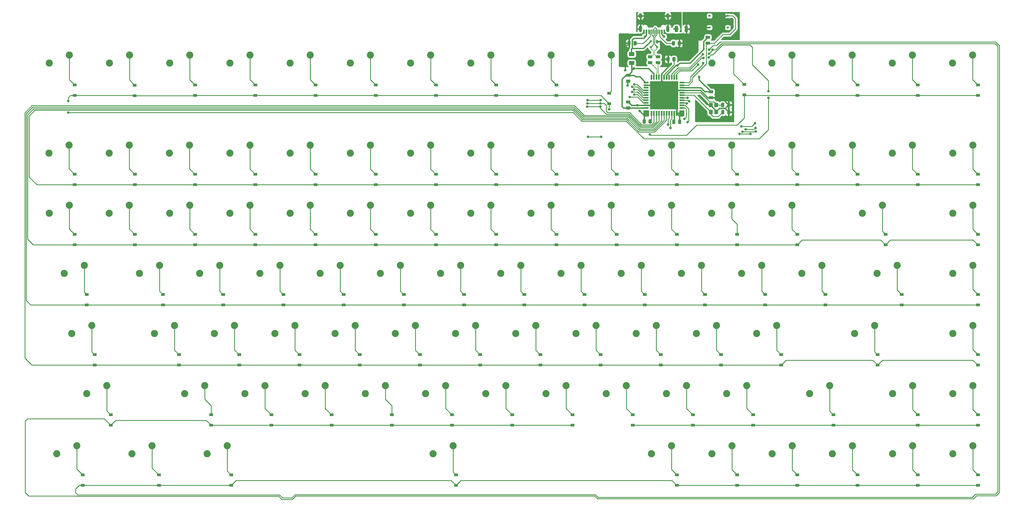
<source format=gbl>
G04 #@! TF.GenerationSoftware,KiCad,Pcbnew,(5.1.9)-1*
G04 #@! TF.CreationDate,2021-04-20T15:34:40+09:00*
G04 #@! TF.ProjectId,JupiterAdvanced,4a757069-7465-4724-9164-76616e636564,1*
G04 #@! TF.SameCoordinates,Original*
G04 #@! TF.FileFunction,Copper,L2,Bot*
G04 #@! TF.FilePolarity,Positive*
%FSLAX46Y46*%
G04 Gerber Fmt 4.6, Leading zero omitted, Abs format (unit mm)*
G04 Created by KiCad (PCBNEW (5.1.9)-1) date 2021-04-20 15:34:40*
%MOMM*%
%LPD*%
G01*
G04 APERTURE LIST*
G04 #@! TA.AperFunction,SMDPad,CuDef*
%ADD10R,0.700000X0.600000*%
G04 #@! TD*
G04 #@! TA.AperFunction,SMDPad,CuDef*
%ADD11R,1.500000X0.550000*%
G04 #@! TD*
G04 #@! TA.AperFunction,SMDPad,CuDef*
%ADD12R,0.550000X1.500000*%
G04 #@! TD*
G04 #@! TA.AperFunction,ComponentPad*
%ADD13C,2.250000*%
G04 #@! TD*
G04 #@! TA.AperFunction,SMDPad,CuDef*
%ADD14R,1.200000X1.400000*%
G04 #@! TD*
G04 #@! TA.AperFunction,SMDPad,CuDef*
%ADD15R,0.600000X1.450000*%
G04 #@! TD*
G04 #@! TA.AperFunction,SMDPad,CuDef*
%ADD16R,0.300000X1.450000*%
G04 #@! TD*
G04 #@! TA.AperFunction,ComponentPad*
%ADD17O,1.000000X2.100000*%
G04 #@! TD*
G04 #@! TA.AperFunction,ComponentPad*
%ADD18O,1.000000X1.600000*%
G04 #@! TD*
G04 #@! TA.AperFunction,SMDPad,CuDef*
%ADD19R,0.700000X1.000000*%
G04 #@! TD*
G04 #@! TA.AperFunction,SMDPad,CuDef*
%ADD20R,1.200000X0.900000*%
G04 #@! TD*
G04 #@! TA.AperFunction,ViaPad*
%ADD21C,0.800000*%
G04 #@! TD*
G04 #@! TA.AperFunction,Conductor*
%ADD22C,0.254000*%
G04 #@! TD*
G04 #@! TA.AperFunction,Conductor*
%ADD23C,0.381000*%
G04 #@! TD*
G04 #@! TA.AperFunction,Conductor*
%ADD24C,0.200000*%
G04 #@! TD*
G04 #@! TA.AperFunction,Conductor*
%ADD25C,0.500000*%
G04 #@! TD*
G04 #@! TA.AperFunction,Conductor*
%ADD26C,0.150000*%
G04 #@! TD*
G04 APERTURE END LIST*
G04 #@! TA.AperFunction,SMDPad,CuDef*
G36*
G01*
X270137500Y-86774999D02*
X270137500Y-88175001D01*
G75*
G02*
X269887501Y-88425000I-249999J0D01*
G01*
X269337499Y-88425000D01*
G75*
G02*
X269087500Y-88175001I0J249999D01*
G01*
X269087500Y-86774999D01*
G75*
G02*
X269337499Y-86525000I249999J0D01*
G01*
X269887501Y-86525000D01*
G75*
G02*
X270137500Y-86774999I0J-249999D01*
G01*
G37*
G04 #@! TD.AperFunction*
G04 #@! TA.AperFunction,SMDPad,CuDef*
G36*
G01*
X273287500Y-86774999D02*
X273287500Y-88175001D01*
G75*
G02*
X273037501Y-88425000I-249999J0D01*
G01*
X272487499Y-88425000D01*
G75*
G02*
X272237500Y-88175001I0J249999D01*
G01*
X272237500Y-86774999D01*
G75*
G02*
X272487499Y-86525000I249999J0D01*
G01*
X273037501Y-86525000D01*
G75*
G02*
X273287500Y-86774999I0J-249999D01*
G01*
G37*
G04 #@! TD.AperFunction*
D10*
X285901720Y-83323820D03*
X280101720Y-83323820D03*
X285901720Y-87023820D03*
X280101720Y-87023820D03*
D11*
X260025000Y-104475000D03*
X260025000Y-105275000D03*
X260025000Y-106075000D03*
X260025000Y-106875000D03*
X260025000Y-107675000D03*
X260025000Y-108475000D03*
X260025000Y-109275000D03*
X260025000Y-110075000D03*
X260025000Y-110875000D03*
X260025000Y-111675000D03*
X260025000Y-112475000D03*
D12*
X261725000Y-114175000D03*
X262525000Y-114175000D03*
X263325000Y-114175000D03*
X264125000Y-114175000D03*
X264925000Y-114175000D03*
X265725000Y-114175000D03*
X266525000Y-114175000D03*
X267325000Y-114175000D03*
X268125000Y-114175000D03*
X268925000Y-114175000D03*
X269725000Y-114175000D03*
D11*
X271425000Y-112475000D03*
X271425000Y-111675000D03*
X271425000Y-110875000D03*
X271425000Y-110075000D03*
X271425000Y-109275000D03*
X271425000Y-108475000D03*
X271425000Y-107675000D03*
X271425000Y-106875000D03*
X271425000Y-106075000D03*
X271425000Y-105275000D03*
X271425000Y-104475000D03*
D12*
X269725000Y-102775000D03*
X268925000Y-102775000D03*
X268125000Y-102775000D03*
X267325000Y-102775000D03*
X266525000Y-102775000D03*
X265725000Y-102775000D03*
X264925000Y-102775000D03*
X264125000Y-102775000D03*
X263325000Y-102775000D03*
X262525000Y-102775000D03*
X261725000Y-102775000D03*
G04 #@! TA.AperFunction,SMDPad,CuDef*
G36*
G01*
X261753670Y-98633580D02*
X260841170Y-98633580D01*
G75*
G02*
X260597420Y-98389830I0J243750D01*
G01*
X260597420Y-97902330D01*
G75*
G02*
X260841170Y-97658580I243750J0D01*
G01*
X261753670Y-97658580D01*
G75*
G02*
X261997420Y-97902330I0J-243750D01*
G01*
X261997420Y-98389830D01*
G75*
G02*
X261753670Y-98633580I-243750J0D01*
G01*
G37*
G04 #@! TD.AperFunction*
G04 #@! TA.AperFunction,SMDPad,CuDef*
G36*
G01*
X261753670Y-96758580D02*
X260841170Y-96758580D01*
G75*
G02*
X260597420Y-96514830I0J243750D01*
G01*
X260597420Y-96027330D01*
G75*
G02*
X260841170Y-95783580I243750J0D01*
G01*
X261753670Y-95783580D01*
G75*
G02*
X261997420Y-96027330I0J-243750D01*
G01*
X261997420Y-96514830D01*
G75*
G02*
X261753670Y-96758580I-243750J0D01*
G01*
G37*
G04 #@! TD.AperFunction*
G04 #@! TA.AperFunction,SMDPad,CuDef*
G36*
G01*
X264273350Y-98633580D02*
X263360850Y-98633580D01*
G75*
G02*
X263117100Y-98389830I0J243750D01*
G01*
X263117100Y-97902330D01*
G75*
G02*
X263360850Y-97658580I243750J0D01*
G01*
X264273350Y-97658580D01*
G75*
G02*
X264517100Y-97902330I0J-243750D01*
G01*
X264517100Y-98389830D01*
G75*
G02*
X264273350Y-98633580I-243750J0D01*
G01*
G37*
G04 #@! TD.AperFunction*
G04 #@! TA.AperFunction,SMDPad,CuDef*
G36*
G01*
X264273350Y-96758580D02*
X263360850Y-96758580D01*
G75*
G02*
X263117100Y-96514830I0J243750D01*
G01*
X263117100Y-96027330D01*
G75*
G02*
X263360850Y-95783580I243750J0D01*
G01*
X264273350Y-95783580D01*
G75*
G02*
X264517100Y-96027330I0J-243750D01*
G01*
X264517100Y-96514830D01*
G75*
G02*
X264273350Y-96758580I-243750J0D01*
G01*
G37*
G04 #@! TD.AperFunction*
D13*
X339429320Y-162369620D03*
X333079320Y-164909620D03*
X363356120Y-95718820D03*
X357006120Y-98258820D03*
D14*
X282199100Y-113759520D03*
X282199100Y-111559520D03*
X280499100Y-111559520D03*
X280499100Y-113759520D03*
D15*
X265825240Y-88390980D03*
X259375240Y-88390980D03*
X265050240Y-88390980D03*
X260150240Y-88390980D03*
D16*
X260850240Y-88390980D03*
X264350240Y-88390980D03*
X261350240Y-88390980D03*
X263850240Y-88390980D03*
X261850240Y-88390980D03*
X263350240Y-88390980D03*
X262850240Y-88390980D03*
X262350240Y-88390980D03*
D17*
X258280240Y-87475980D03*
X266920240Y-87475980D03*
D18*
X258280240Y-83295980D03*
X266920240Y-83295980D03*
D10*
X261531860Y-93205340D03*
X263531860Y-93205340D03*
X261531860Y-91305340D03*
D19*
X263531860Y-91505340D03*
D13*
X77542620Y-143306920D03*
X71192620Y-145846920D03*
X82305120Y-162369620D03*
X75955120Y-164909620D03*
X199005647Y-219529227D03*
X192655647Y-222069227D03*
X318106020Y-200469620D03*
X311756020Y-203009620D03*
X306231520Y-219519620D03*
X299881520Y-222059620D03*
X315629520Y-162369620D03*
X309279520Y-164909620D03*
X268060380Y-219519620D03*
X261710380Y-222059620D03*
G04 #@! TA.AperFunction,SMDPad,CuDef*
G36*
G01*
X279103770Y-91493520D02*
X280016270Y-91493520D01*
G75*
G02*
X280260020Y-91737270I0J-243750D01*
G01*
X280260020Y-92224770D01*
G75*
G02*
X280016270Y-92468520I-243750J0D01*
G01*
X279103770Y-92468520D01*
G75*
G02*
X278860020Y-92224770I0J243750D01*
G01*
X278860020Y-91737270D01*
G75*
G02*
X279103770Y-91493520I243750J0D01*
G01*
G37*
G04 #@! TD.AperFunction*
G04 #@! TA.AperFunction,SMDPad,CuDef*
G36*
G01*
X279103770Y-89618520D02*
X280016270Y-89618520D01*
G75*
G02*
X280260020Y-89862270I0J-243750D01*
G01*
X280260020Y-90349770D01*
G75*
G02*
X280016270Y-90593520I-243750J0D01*
G01*
X279103770Y-90593520D01*
G75*
G02*
X278860020Y-90349770I0J243750D01*
G01*
X278860020Y-89862270D01*
G75*
G02*
X279103770Y-89618520I243750J0D01*
G01*
G37*
G04 #@! TD.AperFunction*
G04 #@! TA.AperFunction,SMDPad,CuDef*
G36*
G01*
X260837500Y-117231250D02*
X260837500Y-116318750D01*
G75*
G02*
X261081250Y-116075000I243750J0D01*
G01*
X261568750Y-116075000D01*
G75*
G02*
X261812500Y-116318750I0J-243750D01*
G01*
X261812500Y-117231250D01*
G75*
G02*
X261568750Y-117475000I-243750J0D01*
G01*
X261081250Y-117475000D01*
G75*
G02*
X260837500Y-117231250I0J243750D01*
G01*
G37*
G04 #@! TD.AperFunction*
G04 #@! TA.AperFunction,SMDPad,CuDef*
G36*
G01*
X258962500Y-117231250D02*
X258962500Y-116318750D01*
G75*
G02*
X259206250Y-116075000I243750J0D01*
G01*
X259693750Y-116075000D01*
G75*
G02*
X259937500Y-116318750I0J-243750D01*
G01*
X259937500Y-117231250D01*
G75*
G02*
X259693750Y-117475000I-243750J0D01*
G01*
X259206250Y-117475000D01*
G75*
G02*
X258962500Y-117231250I0J243750D01*
G01*
G37*
G04 #@! TD.AperFunction*
G04 #@! TA.AperFunction,SMDPad,CuDef*
G36*
G01*
X255160120Y-91550170D02*
X255160120Y-92462670D01*
G75*
G02*
X254916370Y-92706420I-243750J0D01*
G01*
X254428870Y-92706420D01*
G75*
G02*
X254185120Y-92462670I0J243750D01*
G01*
X254185120Y-91550170D01*
G75*
G02*
X254428870Y-91306420I243750J0D01*
G01*
X254916370Y-91306420D01*
G75*
G02*
X255160120Y-91550170I0J-243750D01*
G01*
G37*
G04 #@! TD.AperFunction*
G04 #@! TA.AperFunction,SMDPad,CuDef*
G36*
G01*
X257035120Y-91550170D02*
X257035120Y-92462670D01*
G75*
G02*
X256791370Y-92706420I-243750J0D01*
G01*
X256303870Y-92706420D01*
G75*
G02*
X256060120Y-92462670I0J243750D01*
G01*
X256060120Y-91550170D01*
G75*
G02*
X256303870Y-91306420I243750J0D01*
G01*
X256791370Y-91306420D01*
G75*
G02*
X257035120Y-91550170I0J-243750D01*
G01*
G37*
G04 #@! TD.AperFunction*
G04 #@! TA.AperFunction,SMDPad,CuDef*
G36*
G01*
X270063620Y-92462670D02*
X270063620Y-91550170D01*
G75*
G02*
X270307370Y-91306420I243750J0D01*
G01*
X270794870Y-91306420D01*
G75*
G02*
X271038620Y-91550170I0J-243750D01*
G01*
X271038620Y-92462670D01*
G75*
G02*
X270794870Y-92706420I-243750J0D01*
G01*
X270307370Y-92706420D01*
G75*
G02*
X270063620Y-92462670I0J243750D01*
G01*
G37*
G04 #@! TD.AperFunction*
G04 #@! TA.AperFunction,SMDPad,CuDef*
G36*
G01*
X268188620Y-92462670D02*
X268188620Y-91550170D01*
G75*
G02*
X268432370Y-91306420I243750J0D01*
G01*
X268919870Y-91306420D01*
G75*
G02*
X269163620Y-91550170I0J-243750D01*
G01*
X269163620Y-92462670D01*
G75*
G02*
X268919870Y-92706420I-243750J0D01*
G01*
X268432370Y-92706420D01*
G75*
G02*
X268188620Y-92462670I0J243750D01*
G01*
G37*
G04 #@! TD.AperFunction*
X301354720Y-181419620D03*
X295004720Y-183959620D03*
X291880520Y-200469620D03*
X285530520Y-203009620D03*
X325281520Y-124269620D03*
X318931520Y-126809620D03*
X306180720Y-143319620D03*
X299830720Y-145859620D03*
X363381520Y-162369620D03*
X357031520Y-164909620D03*
X363381520Y-181419620D03*
X357031520Y-183959620D03*
X344280720Y-124269620D03*
X337930720Y-126809620D03*
X120430520Y-200469620D03*
X114080520Y-203009620D03*
X201380320Y-162369620D03*
X195030320Y-164909620D03*
X139480520Y-200469620D03*
X133130520Y-203009620D03*
X125180320Y-162369620D03*
X118830320Y-164909620D03*
X177580520Y-200469620D03*
X171230520Y-203009620D03*
X220430320Y-162369620D03*
X214080320Y-164909620D03*
X182330320Y-162369620D03*
X175980320Y-164909620D03*
X344306120Y-95718820D03*
X337956120Y-98258820D03*
X325256120Y-95718820D03*
X318906120Y-98258820D03*
X306206120Y-95718820D03*
X299856120Y-98258820D03*
X287215320Y-95718820D03*
X280865320Y-98258820D03*
X249056120Y-95718820D03*
X242706120Y-98258820D03*
X230006120Y-95718820D03*
X223656120Y-98258820D03*
X210956120Y-95718820D03*
X204606120Y-98258820D03*
X191906120Y-95718820D03*
X185556120Y-98258820D03*
X172856120Y-95718820D03*
X166506120Y-98258820D03*
X153806120Y-95718820D03*
X147456120Y-98258820D03*
X134756120Y-95718820D03*
X128406120Y-98258820D03*
X115706120Y-95718820D03*
X109356120Y-98258820D03*
X96656120Y-95718820D03*
X90306120Y-98258820D03*
X77606120Y-95718820D03*
X71256120Y-98258820D03*
X129853920Y-181419620D03*
X123503920Y-183959620D03*
X163280320Y-162369620D03*
X156930320Y-164909620D03*
X106130320Y-162369620D03*
X99780320Y-164909620D03*
X277529520Y-162369620D03*
X271179520Y-164909620D03*
X258530320Y-162369620D03*
X252180320Y-164909620D03*
X215680520Y-200469620D03*
X209330520Y-203009620D03*
X234730520Y-200469620D03*
X228380520Y-203009620D03*
X263254720Y-181419620D03*
X256904720Y-183959620D03*
X244204720Y-181419620D03*
X237854720Y-183959620D03*
X225154720Y-181419620D03*
X218804720Y-183959620D03*
X239480320Y-162369620D03*
X233130320Y-164909620D03*
X206104720Y-181419620D03*
X199754720Y-183959620D03*
X187054720Y-181419620D03*
X180704720Y-183959620D03*
X287130720Y-124269620D03*
X280780720Y-126809620D03*
X168004720Y-181419620D03*
X161654720Y-183959620D03*
X144230320Y-162369620D03*
X137880320Y-164909620D03*
X148954720Y-181419620D03*
X142604720Y-183959620D03*
X158530520Y-200469620D03*
X152180520Y-203009620D03*
X196630520Y-200469620D03*
X190280520Y-203009620D03*
X110854720Y-181419620D03*
X104504720Y-183959620D03*
X249030720Y-143319620D03*
X242680720Y-145859620D03*
X229980720Y-143319620D03*
X223630720Y-145859620D03*
X210930720Y-143319620D03*
X204580720Y-145859620D03*
X191880720Y-143319620D03*
X185530720Y-145859620D03*
X172830720Y-143319620D03*
X166480720Y-145859620D03*
X153780720Y-143319620D03*
X147430720Y-145859620D03*
X134730720Y-143319620D03*
X128380720Y-145859620D03*
X115680720Y-143319620D03*
X109330720Y-145859620D03*
X96579920Y-143319620D03*
X90229920Y-145859620D03*
X268080720Y-143319620D03*
X261730720Y-145859620D03*
X253780520Y-200469620D03*
X247430520Y-203009620D03*
X89442520Y-200469620D03*
X83092520Y-203009620D03*
X103749524Y-219519620D03*
X97399524Y-222059620D03*
X79917520Y-219519620D03*
X73567520Y-222059620D03*
X296579520Y-162369620D03*
X290229520Y-164909620D03*
X127557128Y-219529227D03*
X121207128Y-222069227D03*
X287130720Y-143319620D03*
X280780720Y-145859620D03*
X363381520Y-143319620D03*
X357031520Y-145859620D03*
X266480520Y-203009620D03*
X272830520Y-200469620D03*
X287181520Y-219519620D03*
X280831520Y-222059620D03*
X306180720Y-124269620D03*
X299830720Y-126809620D03*
G04 #@! TA.AperFunction,SMDPad,CuDef*
G36*
G01*
X256080420Y-96070120D02*
X254830420Y-96070120D01*
G75*
G02*
X254580420Y-95820120I0J250000D01*
G01*
X254580420Y-95070120D01*
G75*
G02*
X254830420Y-94820120I250000J0D01*
G01*
X256080420Y-94820120D01*
G75*
G02*
X256330420Y-95070120I0J-250000D01*
G01*
X256330420Y-95820120D01*
G75*
G02*
X256080420Y-96070120I-250000J0D01*
G01*
G37*
G04 #@! TD.AperFunction*
G04 #@! TA.AperFunction,SMDPad,CuDef*
G36*
G01*
X256080420Y-98870120D02*
X254830420Y-98870120D01*
G75*
G02*
X254580420Y-98620120I0J250000D01*
G01*
X254580420Y-97870120D01*
G75*
G02*
X254830420Y-97620120I250000J0D01*
G01*
X256080420Y-97620120D01*
G75*
G02*
X256330420Y-97870120I0J-250000D01*
G01*
X256330420Y-98620120D01*
G75*
G02*
X256080420Y-98870120I-250000J0D01*
G01*
G37*
G04 #@! TD.AperFunction*
X268080720Y-124269620D03*
X261730720Y-126809620D03*
X249030720Y-124269620D03*
X242680720Y-126809620D03*
X229980720Y-124269620D03*
X223630720Y-126809620D03*
X210930720Y-124269620D03*
X204580720Y-126809620D03*
X191880720Y-124269620D03*
X185530720Y-126809620D03*
X172830720Y-124269620D03*
X166480720Y-126809620D03*
X153780720Y-124269620D03*
X147430720Y-126809620D03*
X134730720Y-124269620D03*
X128380720Y-126809620D03*
X115629920Y-124269620D03*
X109279920Y-126809620D03*
X96579920Y-124269620D03*
X90229920Y-126809620D03*
X77529920Y-124269620D03*
X71179920Y-126809620D03*
X332342720Y-181419620D03*
X325992720Y-183959620D03*
X363381520Y-200469620D03*
X357031520Y-203009620D03*
X363381520Y-124269620D03*
X357031520Y-126809620D03*
D20*
X365007120Y-228791620D03*
X365007120Y-232091620D03*
X365007120Y-209741620D03*
X365007120Y-213041620D03*
X365007120Y-190691620D03*
X365007120Y-193991620D03*
X365007120Y-171641620D03*
X365007120Y-174941620D03*
X365007120Y-152591620D03*
X365007120Y-155891620D03*
X365007120Y-133541620D03*
X365007120Y-136841620D03*
X365032520Y-105244820D03*
X365032520Y-108544820D03*
X345957120Y-228791620D03*
X345957120Y-232091620D03*
X345957120Y-209741620D03*
X345957120Y-213041620D03*
X340877120Y-171641620D03*
X340877120Y-174941620D03*
X335797120Y-152591620D03*
X335797120Y-155891620D03*
X345957120Y-133541620D03*
X345957120Y-136841620D03*
X345982520Y-105244820D03*
X345982520Y-108544820D03*
X326907120Y-228791620D03*
X326907120Y-232091620D03*
X319287120Y-209741620D03*
X319287120Y-213041620D03*
X333257120Y-190691620D03*
X333257120Y-193991620D03*
X316747120Y-171641620D03*
X316747120Y-174941620D03*
X326907120Y-133541620D03*
X326907120Y-136841620D03*
X326932520Y-105244820D03*
X326932520Y-108544820D03*
X307857120Y-228791620D03*
X307857120Y-232091620D03*
X302777120Y-190691620D03*
X302777120Y-193991620D03*
X297697120Y-171641620D03*
X297697120Y-174941620D03*
X307857120Y-152591620D03*
X307857120Y-155891620D03*
X307857120Y-133541620D03*
X307857120Y-136841620D03*
X307882520Y-105244820D03*
X307882520Y-108544820D03*
X288807120Y-228791620D03*
X288807120Y-232091620D03*
X293887120Y-209741620D03*
X293887120Y-213041620D03*
X283727120Y-190691620D03*
X283727120Y-193991620D03*
X278647120Y-171641620D03*
X278647120Y-174941620D03*
X288807120Y-152591620D03*
X288807120Y-155891620D03*
X288807120Y-133541620D03*
X288807120Y-136841620D03*
X291085020Y-105063020D03*
X291085020Y-108363020D03*
X269757120Y-228791620D03*
X269757120Y-232091620D03*
X274837120Y-209741620D03*
X274837120Y-213041620D03*
X264677120Y-190691620D03*
X264677120Y-193991620D03*
X259597120Y-171641620D03*
X259597120Y-174941620D03*
X269757120Y-152591620D03*
X269757120Y-155891620D03*
X269757120Y-133541620D03*
X269757120Y-136841620D03*
X255787120Y-209741620D03*
X255787120Y-213041620D03*
X245627120Y-190691620D03*
X245627120Y-193991620D03*
X240547120Y-171641620D03*
X240547120Y-174941620D03*
X250707120Y-152591620D03*
X250707120Y-155891620D03*
X250707120Y-133541620D03*
X250707120Y-136841620D03*
X248330720Y-107847860D03*
X248330720Y-111147860D03*
X236737120Y-209741620D03*
X236737120Y-213041620D03*
X226577120Y-190691620D03*
X226577120Y-193991620D03*
X221497120Y-171641620D03*
X221497120Y-174941620D03*
X231657120Y-152591620D03*
X231657120Y-155891620D03*
X231657120Y-133541620D03*
X231657120Y-136841620D03*
X231682520Y-105244820D03*
X231682520Y-108544820D03*
X217687120Y-209741620D03*
X217687120Y-213041620D03*
X207527120Y-190691620D03*
X207527120Y-193991620D03*
X202447120Y-171641620D03*
X202447120Y-174941620D03*
X212607120Y-152591620D03*
X212607120Y-155891620D03*
X212607120Y-133541620D03*
X212607120Y-136841620D03*
X212632520Y-105244820D03*
X212632520Y-108544820D03*
X199907120Y-228791620D03*
X199907120Y-232091620D03*
X198637120Y-209741620D03*
X198637120Y-213041620D03*
X188477120Y-190691620D03*
X188477120Y-193991620D03*
X183397120Y-171641620D03*
X183397120Y-174941620D03*
X193557120Y-152591620D03*
X193557120Y-155891620D03*
X193557120Y-133541620D03*
X193557120Y-136841620D03*
X193582520Y-105244820D03*
X193582520Y-108544820D03*
X179587120Y-209741620D03*
X179587120Y-213041620D03*
X169427120Y-190691620D03*
X169427120Y-193991620D03*
X164347120Y-171641620D03*
X164347120Y-174941620D03*
X174507120Y-152591620D03*
X174507120Y-155891620D03*
X174507120Y-133541620D03*
X174507120Y-136841620D03*
X174532520Y-105244820D03*
X174532520Y-108544820D03*
X160537120Y-209741620D03*
X160537120Y-213041620D03*
X150377120Y-190691620D03*
X150377120Y-193991620D03*
X145297120Y-171641620D03*
X145297120Y-174941620D03*
X155457120Y-152591620D03*
X155457120Y-155891620D03*
X155457120Y-133541620D03*
X155457120Y-136841620D03*
X155482520Y-105244820D03*
X155482520Y-108544820D03*
X128787120Y-228791620D03*
X128787120Y-232091620D03*
X141487120Y-209741620D03*
X141487120Y-213041620D03*
X131327120Y-190691620D03*
X131327120Y-193991620D03*
X126247120Y-171641620D03*
X126247120Y-174941620D03*
X136407120Y-152591620D03*
X136407120Y-155891620D03*
X136407120Y-133541620D03*
X136407120Y-136841620D03*
X136432520Y-105244820D03*
X136432520Y-108544820D03*
X122437120Y-209741620D03*
X122437120Y-213041620D03*
X112277120Y-190691620D03*
X112277120Y-193991620D03*
X107197120Y-171641620D03*
X107197120Y-174941620D03*
X117357120Y-152591620D03*
X117357120Y-155891620D03*
X117357120Y-133541620D03*
X117357120Y-136841620D03*
X117382520Y-105244820D03*
X117382520Y-108544820D03*
X105927120Y-228791620D03*
X105927120Y-232091620D03*
X90687120Y-209741620D03*
X90687120Y-213041620D03*
X98307120Y-152591620D03*
X98307120Y-155891620D03*
X98307120Y-133541620D03*
X98307120Y-136841620D03*
X98281720Y-105270220D03*
X98281720Y-108570220D03*
X81797120Y-228791620D03*
X81797120Y-232091620D03*
X85607120Y-190691620D03*
X85607120Y-193991620D03*
X83067120Y-171641620D03*
X83067120Y-174941620D03*
X79257120Y-152591620D03*
X79257120Y-155891620D03*
X79257120Y-133541620D03*
X79257120Y-136841620D03*
X79282520Y-105244820D03*
X79282520Y-108544820D03*
D13*
X84680020Y-181419620D03*
X78330020Y-183959620D03*
X282304720Y-181419620D03*
X275954720Y-183959620D03*
G04 #@! TA.AperFunction,SMDPad,CuDef*
G36*
G01*
X267475000Y-96618750D02*
X267475000Y-97531250D01*
G75*
G02*
X267231250Y-97775000I-243750J0D01*
G01*
X266743750Y-97775000D01*
G75*
G02*
X266500000Y-97531250I0J243750D01*
G01*
X266500000Y-96618750D01*
G75*
G02*
X266743750Y-96375000I243750J0D01*
G01*
X267231250Y-96375000D01*
G75*
G02*
X267475000Y-96618750I0J-243750D01*
G01*
G37*
G04 #@! TD.AperFunction*
G04 #@! TA.AperFunction,SMDPad,CuDef*
G36*
G01*
X269350000Y-96618750D02*
X269350000Y-97531250D01*
G75*
G02*
X269106250Y-97775000I-243750J0D01*
G01*
X268618750Y-97775000D01*
G75*
G02*
X268375000Y-97531250I0J243750D01*
G01*
X268375000Y-96618750D01*
G75*
G02*
X268618750Y-96375000I243750J0D01*
G01*
X269106250Y-96375000D01*
G75*
G02*
X269350000Y-96618750I0J-243750D01*
G01*
G37*
G04 #@! TD.AperFunction*
G04 #@! TA.AperFunction,SMDPad,CuDef*
G36*
G01*
X285661520Y-111982570D02*
X285661520Y-111070070D01*
G75*
G02*
X285905270Y-110826320I243750J0D01*
G01*
X286392770Y-110826320D01*
G75*
G02*
X286636520Y-111070070I0J-243750D01*
G01*
X286636520Y-111982570D01*
G75*
G02*
X286392770Y-112226320I-243750J0D01*
G01*
X285905270Y-112226320D01*
G75*
G02*
X285661520Y-111982570I0J243750D01*
G01*
G37*
G04 #@! TD.AperFunction*
G04 #@! TA.AperFunction,SMDPad,CuDef*
G36*
G01*
X283786520Y-111982570D02*
X283786520Y-111070070D01*
G75*
G02*
X284030270Y-110826320I243750J0D01*
G01*
X284517770Y-110826320D01*
G75*
G02*
X284761520Y-111070070I0J-243750D01*
G01*
X284761520Y-111982570D01*
G75*
G02*
X284517770Y-112226320I-243750J0D01*
G01*
X284030270Y-112226320D01*
G75*
G02*
X283786520Y-111982570I0J243750D01*
G01*
G37*
G04 #@! TD.AperFunction*
G04 #@! TA.AperFunction,SMDPad,CuDef*
G36*
G01*
X285686920Y-114255870D02*
X285686920Y-113343370D01*
G75*
G02*
X285930670Y-113099620I243750J0D01*
G01*
X286418170Y-113099620D01*
G75*
G02*
X286661920Y-113343370I0J-243750D01*
G01*
X286661920Y-114255870D01*
G75*
G02*
X286418170Y-114499620I-243750J0D01*
G01*
X285930670Y-114499620D01*
G75*
G02*
X285686920Y-114255870I0J243750D01*
G01*
G37*
G04 #@! TD.AperFunction*
G04 #@! TA.AperFunction,SMDPad,CuDef*
G36*
G01*
X283811920Y-114255870D02*
X283811920Y-113343370D01*
G75*
G02*
X284055670Y-113099620I243750J0D01*
G01*
X284543170Y-113099620D01*
G75*
G02*
X284786920Y-113343370I0J-243750D01*
G01*
X284786920Y-114255870D01*
G75*
G02*
X284543170Y-114499620I-243750J0D01*
G01*
X284055670Y-114499620D01*
G75*
G02*
X283811920Y-114255870I0J243750D01*
G01*
G37*
G04 #@! TD.AperFunction*
G04 #@! TA.AperFunction,SMDPad,CuDef*
G36*
G01*
X253919670Y-103533120D02*
X254832170Y-103533120D01*
G75*
G02*
X255075920Y-103776870I0J-243750D01*
G01*
X255075920Y-104264370D01*
G75*
G02*
X254832170Y-104508120I-243750J0D01*
G01*
X253919670Y-104508120D01*
G75*
G02*
X253675920Y-104264370I0J243750D01*
G01*
X253675920Y-103776870D01*
G75*
G02*
X253919670Y-103533120I243750J0D01*
G01*
G37*
G04 #@! TD.AperFunction*
G04 #@! TA.AperFunction,SMDPad,CuDef*
G36*
G01*
X253919670Y-101658120D02*
X254832170Y-101658120D01*
G75*
G02*
X255075920Y-101901870I0J-243750D01*
G01*
X255075920Y-102389370D01*
G75*
G02*
X254832170Y-102633120I-243750J0D01*
G01*
X253919670Y-102633120D01*
G75*
G02*
X253675920Y-102389370I0J243750D01*
G01*
X253675920Y-101901870D01*
G75*
G02*
X253919670Y-101658120I243750J0D01*
G01*
G37*
G04 #@! TD.AperFunction*
G04 #@! TA.AperFunction,SMDPad,CuDef*
G36*
G01*
X270175000Y-117331250D02*
X270175000Y-116418750D01*
G75*
G02*
X270418750Y-116175000I243750J0D01*
G01*
X270906250Y-116175000D01*
G75*
G02*
X271150000Y-116418750I0J-243750D01*
G01*
X271150000Y-117331250D01*
G75*
G02*
X270906250Y-117575000I-243750J0D01*
G01*
X270418750Y-117575000D01*
G75*
G02*
X270175000Y-117331250I0J243750D01*
G01*
G37*
G04 #@! TD.AperFunction*
G04 #@! TA.AperFunction,SMDPad,CuDef*
G36*
G01*
X268300000Y-117331250D02*
X268300000Y-116418750D01*
G75*
G02*
X268543750Y-116175000I243750J0D01*
G01*
X269031250Y-116175000D01*
G75*
G02*
X269275000Y-116418750I0J-243750D01*
G01*
X269275000Y-117331250D01*
G75*
G02*
X269031250Y-117575000I-243750J0D01*
G01*
X268543750Y-117575000D01*
G75*
G02*
X268300000Y-117331250I0J243750D01*
G01*
G37*
G04 #@! TD.AperFunction*
G04 #@! TA.AperFunction,SMDPad,CuDef*
G36*
G01*
X280119770Y-108763220D02*
X281032270Y-108763220D01*
G75*
G02*
X281276020Y-109006970I0J-243750D01*
G01*
X281276020Y-109494470D01*
G75*
G02*
X281032270Y-109738220I-243750J0D01*
G01*
X280119770Y-109738220D01*
G75*
G02*
X279876020Y-109494470I0J243750D01*
G01*
X279876020Y-109006970D01*
G75*
G02*
X280119770Y-108763220I243750J0D01*
G01*
G37*
G04 #@! TD.AperFunction*
G04 #@! TA.AperFunction,SMDPad,CuDef*
G36*
G01*
X280119770Y-106888220D02*
X281032270Y-106888220D01*
G75*
G02*
X281276020Y-107131970I0J-243750D01*
G01*
X281276020Y-107619470D01*
G75*
G02*
X281032270Y-107863220I-243750J0D01*
G01*
X280119770Y-107863220D01*
G75*
G02*
X279876020Y-107619470I0J243750D01*
G01*
X279876020Y-107131970D01*
G75*
G02*
X280119770Y-106888220I243750J0D01*
G01*
G37*
G04 #@! TD.AperFunction*
G04 #@! TA.AperFunction,SMDPad,CuDef*
G36*
G01*
X254819470Y-111099420D02*
X253906970Y-111099420D01*
G75*
G02*
X253663220Y-110855670I0J243750D01*
G01*
X253663220Y-110368170D01*
G75*
G02*
X253906970Y-110124420I243750J0D01*
G01*
X254819470Y-110124420D01*
G75*
G02*
X255063220Y-110368170I0J-243750D01*
G01*
X255063220Y-110855670D01*
G75*
G02*
X254819470Y-111099420I-243750J0D01*
G01*
G37*
G04 #@! TD.AperFunction*
G04 #@! TA.AperFunction,SMDPad,CuDef*
G36*
G01*
X254819470Y-112974420D02*
X253906970Y-112974420D01*
G75*
G02*
X253663220Y-112730670I0J243750D01*
G01*
X253663220Y-112243170D01*
G75*
G02*
X253906970Y-111999420I243750J0D01*
G01*
X254819470Y-111999420D01*
G75*
G02*
X255063220Y-112243170I0J-243750D01*
G01*
X255063220Y-112730670D01*
G75*
G02*
X254819470Y-112974420I-243750J0D01*
G01*
G37*
G04 #@! TD.AperFunction*
X334781120Y-143319620D03*
X328431120Y-145859620D03*
X344331520Y-200469620D03*
X337981520Y-203009620D03*
X363381520Y-219519620D03*
X357031520Y-222059620D03*
X325281520Y-219519620D03*
X318931520Y-222059620D03*
X344331520Y-219519620D03*
X337981520Y-222059620D03*
D21*
X291561520Y-119298720D03*
X294647620Y-118841520D03*
X273710926Y-110389074D03*
X290520120Y-120032220D03*
X294711120Y-119946420D03*
X272942704Y-111029275D03*
X273125000Y-109275000D03*
X290202620Y-118333520D03*
X294469820Y-117317520D03*
X287446720Y-111513620D03*
X287459420Y-113786920D03*
X253461520Y-100578920D03*
X257225000Y-111675000D03*
X258025000Y-113475000D03*
X254225000Y-105375000D03*
X253461520Y-96838480D03*
X265225000Y-94775000D03*
X279175000Y-110925000D03*
X256166620Y-99956620D03*
X276829520Y-102661720D03*
X269971520Y-99029520D03*
X278099520Y-98254820D03*
X256311120Y-105031820D03*
X261246620Y-120875000D03*
X248356120Y-112936020D03*
X77225000Y-110275000D03*
X77225000Y-113975000D03*
X298725000Y-109275000D03*
X298725000Y-107175000D03*
X279825000Y-96475000D03*
X276439067Y-98789067D03*
X255615420Y-107431820D03*
X278125000Y-96675000D03*
X281014465Y-94013670D03*
X279925000Y-95275000D03*
X279925000Y-94075000D03*
X278025000Y-95475000D03*
X255650820Y-105831820D03*
X256260520Y-106631820D03*
X256288420Y-108231820D03*
X254873420Y-109031820D03*
X245631720Y-110065820D03*
X241460020Y-110078520D03*
X245576250Y-111064282D03*
X241460020Y-111078523D03*
X245593922Y-112064128D03*
X241434473Y-112078199D03*
X266945320Y-117758420D03*
X245784120Y-121610120D03*
X241663220Y-121610120D03*
X267745320Y-118817120D03*
X272125000Y-115975000D03*
X265717020Y-89910920D03*
X259729460Y-89917760D03*
X289580320Y-120759220D03*
X293072820Y-120759220D03*
X273125000Y-116975000D03*
D22*
X344331520Y-227166020D02*
X345957120Y-228791620D01*
X344331520Y-219519620D02*
X344331520Y-227166020D01*
X294190420Y-119298720D02*
X294647620Y-118841520D01*
X291561520Y-119298720D02*
X294190420Y-119298720D01*
X271425000Y-110075000D02*
X273396852Y-110075000D01*
X273396852Y-110075000D02*
X273710926Y-110389074D01*
X325281520Y-227166020D02*
X326907120Y-228791620D01*
X325281520Y-219519620D02*
X325281520Y-227166020D01*
X294625320Y-120032220D02*
X294711120Y-119946420D01*
X290520120Y-120032220D02*
X294625320Y-120032220D01*
X271425000Y-110875000D02*
X272788429Y-110875000D01*
X272788429Y-110875000D02*
X272942704Y-111029275D01*
X363381520Y-227166020D02*
X365007120Y-228791620D01*
X363381520Y-219519620D02*
X363381520Y-227166020D01*
X293453820Y-118333520D02*
X294469820Y-117317520D01*
X290202620Y-118333520D02*
X293453820Y-118333520D01*
X271425000Y-109275000D02*
X273125000Y-109275000D01*
X344331520Y-208116020D02*
X345957120Y-209741620D01*
X344331520Y-200469620D02*
X344331520Y-208116020D01*
X334781120Y-151575620D02*
X335797120Y-152591620D01*
X334781120Y-143319620D02*
X334781120Y-151575620D01*
D23*
X282199100Y-113456618D02*
X282199100Y-113759520D01*
X280499100Y-111756618D02*
X282199100Y-113456618D01*
X280499100Y-111559520D02*
X280499100Y-111756618D01*
X285058510Y-112616830D02*
X286149020Y-111526320D01*
X283241790Y-112616830D02*
X285058510Y-112616830D01*
X282199100Y-113659520D02*
X283241790Y-112616830D01*
X282199100Y-113759520D02*
X282199100Y-113659520D01*
X285058510Y-112683710D02*
X286174420Y-113799620D01*
X285058510Y-112616830D02*
X285058510Y-112683710D01*
X283873420Y-109250720D02*
X280601420Y-109250720D01*
X286149020Y-111526320D02*
X283873420Y-109250720D01*
X265825240Y-88390980D02*
X265825240Y-88545940D01*
X269730220Y-89479120D02*
X270551120Y-90300020D01*
X266860020Y-89479120D02*
X269730220Y-89479120D01*
X270551120Y-90300020D02*
X270551120Y-92006420D01*
X265825240Y-88444340D02*
X266860020Y-89479120D01*
X265825240Y-88390980D02*
X265825240Y-88444340D01*
X259375240Y-88390980D02*
X259375240Y-88454900D01*
X259375240Y-88454900D02*
X258376420Y-89453720D01*
X258376420Y-89453720D02*
X255430020Y-89453720D01*
X254672620Y-90211120D02*
X254672620Y-92006420D01*
X255430020Y-89453720D02*
X254672620Y-90211120D01*
X279901720Y-87023820D02*
X277786220Y-87023820D01*
X254672620Y-92006420D02*
X253461520Y-93217520D01*
X253461520Y-93217520D02*
X253461520Y-96838480D01*
X255426300Y-111675000D02*
X257225000Y-111675000D01*
X254363220Y-110611920D02*
X255426300Y-111675000D01*
X259890501Y-105140501D02*
X260025000Y-105275000D01*
X254375920Y-104020620D02*
X254464720Y-103931820D01*
X264955020Y-102744980D02*
X264925000Y-102775000D01*
X277259128Y-106875000D02*
X272525000Y-106875000D01*
X272525000Y-106875000D02*
X271425000Y-106875000D01*
X279634848Y-109250720D02*
X277259128Y-106875000D01*
X280576020Y-109250720D02*
X279634848Y-109250720D01*
X257225000Y-111675000D02*
X260025000Y-111675000D01*
X254225000Y-104171540D02*
X254375920Y-104020620D01*
X254225000Y-105375000D02*
X254225000Y-104171540D01*
X263531860Y-91505340D02*
X264355340Y-91505340D01*
X264355340Y-91505340D02*
X266425000Y-93575000D01*
X266425000Y-93575000D02*
X269925000Y-93575000D01*
X270551120Y-92948880D02*
X270551120Y-92006420D01*
X269925000Y-93575000D02*
X270551120Y-92948880D01*
X270551120Y-92006420D02*
X272803620Y-92006420D01*
X272803620Y-92006420D02*
X274380020Y-90430020D01*
X274380020Y-90430020D02*
X273959320Y-90850720D01*
X277786220Y-87023820D02*
X274380020Y-90430020D01*
X270662500Y-115112500D02*
X270662500Y-116875000D01*
X269725000Y-114175000D02*
X270662500Y-115112500D01*
X253461520Y-96838480D02*
X253461520Y-100578920D01*
X265225000Y-94775000D02*
X266025000Y-94775000D01*
X266987500Y-95737500D02*
X266987500Y-97075000D01*
X266025000Y-94775000D02*
X266987500Y-95737500D01*
X263556000Y-105275000D02*
X260025000Y-105275000D01*
X264925000Y-103906000D02*
X263556000Y-105275000D01*
X264925000Y-103906000D02*
X267894000Y-106875000D01*
X267894000Y-106875000D02*
X271425000Y-106875000D01*
X264925000Y-102775000D02*
X264925000Y-103906000D01*
X261156000Y-111675000D02*
X264225000Y-108606000D01*
X260025000Y-111675000D02*
X261156000Y-111675000D01*
X266163000Y-108606000D02*
X267894000Y-106875000D01*
X264225000Y-108606000D02*
X266163000Y-108606000D01*
X269725000Y-112168000D02*
X266163000Y-108606000D01*
X269725000Y-114175000D02*
X269725000Y-112168000D01*
X280499100Y-111559520D02*
X279809520Y-111559520D01*
X279809520Y-111559520D02*
X279175000Y-110925000D01*
X279175000Y-110925000D02*
X279125000Y-110875000D01*
X266987500Y-99581500D02*
X264925000Y-101644000D01*
X264925000Y-101644000D02*
X264925000Y-102775000D01*
X266987500Y-97075000D02*
X266987500Y-99581500D01*
X259450000Y-114900000D02*
X259450000Y-116775000D01*
X258025000Y-113475000D02*
X259450000Y-114900000D01*
X254363220Y-112486920D02*
X254618320Y-112231820D01*
X255455420Y-101066120D02*
X254375920Y-102145620D01*
X252860020Y-112486920D02*
X254363220Y-112486920D01*
X252382020Y-112008920D02*
X252860020Y-112486920D01*
X252382020Y-103398320D02*
X252382020Y-112008920D01*
X253634720Y-102145620D02*
X252382020Y-103398320D01*
X254375920Y-102145620D02*
X253634720Y-102145620D01*
X255557020Y-100566220D02*
X256166620Y-99956620D01*
X255455420Y-100566220D02*
X255557020Y-100566220D01*
X255455420Y-98245120D02*
X255455420Y-100566220D01*
X255455420Y-100566220D02*
X255455420Y-101066120D01*
X260013080Y-112486920D02*
X260025000Y-112475000D01*
X254363220Y-112486920D02*
X260013080Y-112486920D01*
X259910172Y-104475000D02*
X260025000Y-104475000D01*
X258066992Y-102631820D02*
X259910172Y-104475000D01*
X256733620Y-102631820D02*
X258066992Y-102631820D01*
X256247420Y-102145620D02*
X256733620Y-102631820D01*
X254375920Y-102145620D02*
X256247420Y-102145620D01*
X273325000Y-106075000D02*
X271425000Y-106075000D01*
X274125000Y-106075000D02*
X273325000Y-106075000D01*
X278581520Y-107375720D02*
X277280800Y-106075000D01*
X277280800Y-106075000D02*
X273325000Y-106075000D01*
X280576020Y-107375720D02*
X278581520Y-107375720D01*
X262525000Y-101644000D02*
X262525000Y-102775000D01*
X260837620Y-99956620D02*
X262525000Y-101644000D01*
X256166620Y-99956620D02*
X260837620Y-99956620D01*
X268925000Y-116737500D02*
X268925000Y-114175000D01*
X268787500Y-116875000D02*
X268925000Y-116737500D01*
X276829520Y-103629220D02*
X280576020Y-107375720D01*
X276829520Y-102661720D02*
X276829520Y-103629220D01*
X266525000Y-101975000D02*
X266525000Y-102775000D01*
X269470480Y-99029520D02*
X266525000Y-101975000D01*
X269971520Y-99029520D02*
X269470480Y-99029520D01*
X270726040Y-98275000D02*
X269971520Y-99029520D01*
X273925000Y-98275000D02*
X270726040Y-98275000D01*
X278225000Y-91441040D02*
X278225000Y-93975000D01*
X278225000Y-93975000D02*
X273925000Y-98275000D01*
X279560020Y-90106020D02*
X278225000Y-91441040D01*
D22*
X280499100Y-113759520D02*
X280499100Y-114560900D01*
X280499100Y-114560900D02*
X281185620Y-115247420D01*
X282851620Y-115247420D02*
X284299420Y-113799620D01*
X281185620Y-115247420D02*
X282851620Y-115247420D01*
X279102820Y-112363240D02*
X280499100Y-113759520D01*
X275214580Y-108475000D02*
X279102820Y-112363240D01*
X271425000Y-108475000D02*
X275214580Y-108475000D01*
X284240820Y-111559520D02*
X284274020Y-111526320D01*
X282199100Y-111559520D02*
X284240820Y-111559520D01*
X282199100Y-111206300D02*
X282199100Y-111559520D01*
X281525319Y-110532519D02*
X282199100Y-111206300D01*
X273688500Y-107675000D02*
X277327260Y-107675000D01*
X280184779Y-110532519D02*
X281525319Y-110532519D01*
X277327260Y-107675000D02*
X280184779Y-110532519D01*
X273688500Y-107675000D02*
X271425000Y-107675000D01*
X282304720Y-189269220D02*
X283727120Y-190691620D01*
X282304720Y-181419620D02*
X282304720Y-189269220D01*
X278099520Y-98254820D02*
X278099520Y-98254820D01*
X273625000Y-104475000D02*
X271425000Y-104475000D01*
X278099520Y-98254820D02*
X278099520Y-98661220D01*
X278099520Y-98661220D02*
X274128920Y-102631820D01*
X274128920Y-103971080D02*
X273625000Y-104475000D01*
X274128920Y-102631820D02*
X274128920Y-103971080D01*
X84680020Y-189764520D02*
X85607120Y-190691620D01*
X84680020Y-181419620D02*
X84680020Y-189764520D01*
X256311120Y-105031820D02*
X256311120Y-105031820D01*
X259125000Y-106875000D02*
X260025000Y-106875000D01*
X257281820Y-105031820D02*
X259125000Y-106875000D01*
X256311120Y-105031820D02*
X257281820Y-105031820D01*
X77606120Y-103568420D02*
X79282520Y-105244820D01*
X77606120Y-95718820D02*
X77606120Y-103568420D01*
X365032520Y-108544820D02*
X345982520Y-108544820D01*
X345982520Y-108544820D02*
X326932520Y-108544820D01*
X326932520Y-108544820D02*
X307882520Y-108544820D01*
X98256320Y-108544820D02*
X98281720Y-108570220D01*
X79282520Y-108544820D02*
X98256320Y-108544820D01*
X117357120Y-108570220D02*
X117382520Y-108544820D01*
X98281720Y-108570220D02*
X117357120Y-108570220D01*
X117382520Y-108544820D02*
X136432520Y-108544820D01*
X136432520Y-108544820D02*
X155482520Y-108544820D01*
X155482520Y-108544820D02*
X174532520Y-108544820D01*
X174532520Y-108544820D02*
X193582520Y-108544820D01*
X193582520Y-108544820D02*
X212632520Y-108544820D01*
X212632520Y-108544820D02*
X231682520Y-108544820D01*
X245727680Y-108544820D02*
X248330720Y-111147860D01*
X231682520Y-108544820D02*
X245727680Y-108544820D01*
X307879520Y-108541820D02*
X307882520Y-108544820D01*
X291263820Y-108541820D02*
X307879520Y-108541820D01*
X291085020Y-108363020D02*
X291263820Y-108541820D01*
X248356120Y-111173260D02*
X248330720Y-111147860D01*
X248356120Y-112936020D02*
X248356120Y-111173260D01*
X261486440Y-121114820D02*
X261246620Y-120875000D01*
X272841720Y-121114820D02*
X261486440Y-121114820D01*
X276067520Y-117889020D02*
X272841720Y-121114820D01*
X288843720Y-117889020D02*
X276067520Y-117889020D01*
X291085020Y-115647720D02*
X288843720Y-117889020D01*
X291085020Y-108363020D02*
X291085020Y-115647720D01*
X79282520Y-108544820D02*
X77955180Y-108544820D01*
X77955180Y-108544820D02*
X77225000Y-109275000D01*
X77225000Y-109275000D02*
X77225000Y-110275000D01*
X77225000Y-113975000D02*
X234025000Y-113975000D01*
X237018234Y-113975000D02*
X239742293Y-116699060D01*
X234025000Y-113975000D02*
X237018234Y-113975000D01*
X239742293Y-116699060D02*
X253764795Y-116699060D01*
X253764795Y-116699060D02*
X259340735Y-122275000D01*
X259340735Y-122275000D02*
X273825000Y-122275000D01*
X273825000Y-122275000D02*
X295725000Y-122275000D01*
X295725000Y-122275000D02*
X295825000Y-122275000D01*
X298725000Y-119375000D02*
X298725000Y-109275000D01*
X295825000Y-122275000D02*
X298725000Y-119375000D01*
X292879010Y-92529010D02*
X284270990Y-92529010D01*
X284270990Y-92529010D02*
X281125000Y-95675000D01*
X293625000Y-93275000D02*
X292879010Y-92529010D01*
X293625000Y-98775000D02*
X293625000Y-93275000D01*
X298725000Y-103875000D02*
X293625000Y-98775000D01*
X298725000Y-107175000D02*
X298725000Y-103875000D01*
X280625000Y-95675000D02*
X279825000Y-96475000D01*
X281125000Y-95675000D02*
X280625000Y-95675000D01*
X276439067Y-98789067D02*
X274499124Y-100729010D01*
X274499124Y-100729010D02*
X270770990Y-100729010D01*
X269725000Y-101775000D02*
X269725000Y-102775000D01*
X270770990Y-100729010D02*
X269725000Y-101775000D01*
X77529920Y-131814420D02*
X79257120Y-133541620D01*
X77529920Y-124269620D02*
X77529920Y-131814420D01*
X365007120Y-136841620D02*
X79257120Y-136841620D01*
X266491310Y-116326200D02*
X266491310Y-114208690D01*
X262734490Y-120083020D02*
X266491310Y-116326200D01*
X253952851Y-116245050D02*
X257790819Y-120083020D01*
X266491310Y-114208690D02*
X266525000Y-114175000D01*
X257790819Y-120083020D02*
X262734490Y-120083020D01*
X236884830Y-113199530D02*
X239930350Y-116245050D01*
X239930350Y-116245050D02*
X253952851Y-116245050D01*
X66660410Y-113199530D02*
X236884830Y-113199530D01*
X64856950Y-115002990D02*
X66660410Y-113199530D01*
X64856950Y-134402150D02*
X64856950Y-115002990D01*
X67296420Y-136841620D02*
X64856950Y-134402150D01*
X79257120Y-136841620D02*
X67296420Y-136841620D01*
X77542620Y-150877120D02*
X79257120Y-152591620D01*
X77542620Y-143306920D02*
X77542620Y-150877120D01*
X79257120Y-155891620D02*
X231657120Y-155891620D01*
X231657120Y-155891620D02*
X307857120Y-155891620D01*
X334239219Y-154333719D02*
X335797120Y-155891620D01*
X309415021Y-154333719D02*
X334239219Y-154333719D01*
X307857120Y-155891620D02*
X309415021Y-154333719D01*
X363449219Y-154333719D02*
X365007120Y-155891620D01*
X337355021Y-154333719D02*
X363449219Y-154333719D01*
X335797120Y-155891620D02*
X337355021Y-154333719D01*
X265725000Y-116450444D02*
X265725000Y-114175000D01*
X262557381Y-119618063D02*
X265725000Y-116450444D01*
X259681937Y-119618063D02*
X262557381Y-119618063D01*
X257979010Y-119629010D02*
X259670990Y-119629010D01*
X254141040Y-115791040D02*
X257979010Y-119629010D01*
X237079216Y-112745520D02*
X240124736Y-115791040D01*
X259670990Y-119629010D02*
X259681937Y-119618063D01*
X66288920Y-112745520D02*
X237079216Y-112745520D01*
X240124736Y-115791040D02*
X254141040Y-115791040D01*
X64402940Y-114631500D02*
X66288920Y-112745520D01*
X64402940Y-154115740D02*
X64402940Y-114631500D01*
X66178820Y-155891620D02*
X64402940Y-154115740D01*
X79257120Y-155891620D02*
X66178820Y-155891620D01*
X82305120Y-170879620D02*
X83067120Y-171641620D01*
X82305120Y-162369620D02*
X82305120Y-170879620D01*
X365007120Y-174941620D02*
X259025000Y-174941620D01*
X259597120Y-174941620D02*
X145297120Y-174941620D01*
X145297120Y-174941620D02*
X83067120Y-174941620D01*
X255615420Y-107431820D02*
X255615420Y-107431820D01*
X257335754Y-107431820D02*
X259178934Y-109275000D01*
X259178934Y-109275000D02*
X260025000Y-109275000D01*
X255615420Y-107431820D02*
X257335754Y-107431820D01*
X65378720Y-174941620D02*
X63948930Y-173511830D01*
X63948930Y-173511830D02*
X63948930Y-114285410D01*
X63948930Y-114285410D02*
X65996820Y-112237520D01*
X65996820Y-112237520D02*
X237213283Y-112237520D01*
X262369323Y-119164053D02*
X264925000Y-116608376D01*
X264925000Y-116608376D02*
X264925000Y-114175000D01*
X254329098Y-115337030D02*
X258156121Y-119164053D01*
X258156121Y-119164053D02*
X262369323Y-119164053D01*
X83067120Y-174941620D02*
X65378720Y-174941620D01*
X240312793Y-115337030D02*
X254329098Y-115337030D01*
X237213283Y-112237520D02*
X240312793Y-115337030D01*
X85607120Y-193991620D02*
X226577120Y-193991620D01*
X226577120Y-193991620D02*
X302777120Y-193991620D01*
X331699219Y-192433719D02*
X333257120Y-193991620D01*
X304335021Y-192433719D02*
X331699219Y-192433719D01*
X302777120Y-193991620D02*
X304335021Y-192433719D01*
X334815021Y-192433719D02*
X363449219Y-192433719D01*
X363449219Y-192433719D02*
X365007120Y-193991620D01*
X333257120Y-193991620D02*
X334815021Y-192433719D01*
X63494920Y-113990120D02*
X65742820Y-111742220D01*
X240500851Y-114883020D02*
X254517156Y-114883020D01*
X237360051Y-111742220D02*
X240500851Y-114883020D01*
X264125000Y-116766308D02*
X264125000Y-114175000D01*
X262181278Y-118710030D02*
X264125000Y-116766308D01*
X258344166Y-118710030D02*
X262181278Y-118710030D01*
X254517156Y-114883020D02*
X258344166Y-118710030D01*
X65742820Y-111742220D02*
X237360051Y-111742220D01*
X63494920Y-191752220D02*
X63494920Y-113990120D01*
X65734320Y-193991620D02*
X63494920Y-191752220D01*
X85607120Y-193991620D02*
X65734320Y-193991620D01*
X79917520Y-226912020D02*
X81797120Y-228791620D01*
X79917520Y-219519620D02*
X79917520Y-226912020D01*
X81797120Y-232091620D02*
X105927120Y-232091620D01*
X105927120Y-232091620D02*
X128787120Y-232091620D01*
X198358826Y-230543326D02*
X199907120Y-232091620D01*
X130335414Y-230543326D02*
X198358826Y-230543326D01*
X128787120Y-232091620D02*
X130335414Y-230543326D01*
X268208826Y-230543326D02*
X269757120Y-232091620D01*
X201455414Y-230543326D02*
X268208826Y-230543326D01*
X199907120Y-232091620D02*
X201455414Y-230543326D01*
X269757120Y-232091620D02*
X288807120Y-232091620D01*
X288807120Y-232091620D02*
X307857120Y-232091620D01*
X307857120Y-232091620D02*
X365007120Y-232091620D01*
X370425000Y-92075000D02*
X284025000Y-92075000D01*
X371325000Y-92975000D02*
X370425000Y-92075000D01*
X370525000Y-234875000D02*
X371325000Y-234075000D01*
X81797120Y-232091620D02*
X80708380Y-232091620D01*
X80708380Y-232091620D02*
X79525000Y-233275000D01*
X145025000Y-236075000D02*
X147925000Y-236075000D01*
X79525000Y-233275000D02*
X79525000Y-234375000D01*
X147925000Y-236075000D02*
X149025000Y-234975000D01*
X79525000Y-234375000D02*
X80225000Y-235075000D01*
X363285224Y-235875000D02*
X364285224Y-234875000D01*
X371325000Y-234075000D02*
X371325000Y-92975000D01*
X144025000Y-235075000D02*
X145025000Y-236075000D01*
X80225000Y-235075000D02*
X144025000Y-235075000D01*
X149025000Y-234975000D02*
X243925000Y-234975000D01*
X243925000Y-234975000D02*
X244825000Y-235875000D01*
X244825000Y-235875000D02*
X363285224Y-235875000D01*
X364285224Y-234875000D02*
X370525000Y-234875000D01*
X268925000Y-101771000D02*
X268925000Y-102775000D01*
X270421000Y-100275000D02*
X268925000Y-101771000D01*
X273925000Y-100275000D02*
X270421000Y-100275000D01*
X282086330Y-94013670D02*
X281014465Y-94013670D01*
X284025000Y-92075000D02*
X282086330Y-94013670D01*
X281014465Y-94185535D02*
X279925000Y-95275000D01*
X281014465Y-94013670D02*
X281014465Y-94185535D01*
X277525000Y-96675000D02*
X273925000Y-100275000D01*
X278125000Y-96675000D02*
X277525000Y-96675000D01*
X96656120Y-103644620D02*
X98281720Y-105270220D01*
X96656120Y-95718820D02*
X96656120Y-103644620D01*
X96579920Y-131814420D02*
X98307120Y-133541620D01*
X96579920Y-124269620D02*
X96579920Y-131814420D01*
X96579920Y-150864420D02*
X98307120Y-152591620D01*
X96579920Y-143319620D02*
X96579920Y-150864420D01*
X89442520Y-208497020D02*
X90687120Y-209741620D01*
X89442520Y-200469620D02*
X89442520Y-208497020D01*
X365007120Y-213041620D02*
X255787120Y-213041620D01*
X236737120Y-213041620D02*
X160537120Y-213041620D01*
X160537120Y-213041620D02*
X122437120Y-213041620D01*
X120879219Y-211483719D02*
X92245021Y-211483719D01*
X92245021Y-211483719D02*
X90687120Y-213041620D01*
X122437120Y-213041620D02*
X120879219Y-211483719D01*
X370613057Y-91620990D02*
X283379010Y-91620990D01*
X371779010Y-92786943D02*
X370613057Y-91620990D01*
X371779010Y-234305889D02*
X371779010Y-92786943D01*
X370755889Y-235329010D02*
X371779010Y-234305889D01*
X364570990Y-235329010D02*
X370755889Y-235329010D01*
X244636943Y-236329010D02*
X363570990Y-236329010D01*
X90687120Y-213041620D02*
X88612820Y-210967320D01*
X144836943Y-236529010D02*
X148146033Y-236529010D01*
X64332680Y-210967320D02*
X63625000Y-211675000D01*
X63625000Y-211675000D02*
X63625000Y-234375000D01*
X63625000Y-234375000D02*
X64725000Y-235475000D01*
X363570990Y-236329010D02*
X364570990Y-235329010D01*
X80036943Y-235529010D02*
X143836944Y-235529010D01*
X64725000Y-235475000D02*
X79982933Y-235475000D01*
X149246033Y-235429010D02*
X243736944Y-235429010D01*
X79982933Y-235475000D02*
X80036943Y-235529010D01*
X243736944Y-235429010D02*
X244636943Y-236329010D01*
X143836944Y-235529010D02*
X144836943Y-236529010D01*
X88612820Y-210967320D02*
X64332680Y-210967320D01*
X148146033Y-236529010D02*
X149246033Y-235429010D01*
X268125000Y-101771000D02*
X268125000Y-102775000D01*
X270121000Y-99775000D02*
X268125000Y-101771000D01*
X273725000Y-99775000D02*
X270121000Y-99775000D01*
X278025000Y-95475000D02*
X273725000Y-99775000D01*
X283379010Y-91620990D02*
X282325000Y-92675000D01*
X281325000Y-92675000D02*
X279925000Y-94075000D01*
X282325000Y-92675000D02*
X281325000Y-92675000D01*
X103749524Y-226614024D02*
X105927120Y-228791620D01*
X103749524Y-219519620D02*
X103749524Y-226614024D01*
X115706120Y-103568420D02*
X117382520Y-105244820D01*
X115706120Y-95718820D02*
X115706120Y-103568420D01*
X115629920Y-131814420D02*
X117357120Y-133541620D01*
X115629920Y-124269620D02*
X115629920Y-131814420D01*
X115680720Y-150915220D02*
X117357120Y-152591620D01*
X115680720Y-143319620D02*
X115680720Y-150915220D01*
X106130320Y-170574820D02*
X107197120Y-171641620D01*
X106130320Y-162369620D02*
X106130320Y-170574820D01*
X110854720Y-189269220D02*
X112277120Y-190691620D01*
X110854720Y-181419620D02*
X110854720Y-189269220D01*
X120430520Y-204788582D02*
X122437120Y-206795182D01*
X122437120Y-206795182D02*
X122437120Y-209741620D01*
X120430520Y-200469620D02*
X120430520Y-204788582D01*
X134756120Y-103568420D02*
X136432520Y-105244820D01*
X134756120Y-95718820D02*
X134756120Y-103568420D01*
X134730720Y-131865220D02*
X136407120Y-133541620D01*
X134730720Y-124269620D02*
X134730720Y-131865220D01*
X134730720Y-150915220D02*
X136407120Y-152591620D01*
X134730720Y-143319620D02*
X134730720Y-150915220D01*
X125180320Y-170574820D02*
X126247120Y-171641620D01*
X125180320Y-162369620D02*
X125180320Y-170574820D01*
X129853920Y-189218420D02*
X131327120Y-190691620D01*
X129853920Y-181419620D02*
X129853920Y-189218420D01*
X139480520Y-207735020D02*
X141487120Y-209741620D01*
X139480520Y-200469620D02*
X139480520Y-207735020D01*
X127557128Y-227561628D02*
X128787120Y-228791620D01*
X127557128Y-219529227D02*
X127557128Y-227561628D01*
X153806120Y-103568420D02*
X155482520Y-105244820D01*
X153806120Y-95718820D02*
X153806120Y-103568420D01*
X153780720Y-131865220D02*
X155457120Y-133541620D01*
X153780720Y-124269620D02*
X153780720Y-131865220D01*
X153780720Y-150915220D02*
X155457120Y-152591620D01*
X153780720Y-143319620D02*
X153780720Y-150915220D01*
X144230320Y-170574820D02*
X145297120Y-171641620D01*
X144230320Y-162369620D02*
X144230320Y-170574820D01*
X148954720Y-189269220D02*
X150377120Y-190691620D01*
X148954720Y-181419620D02*
X148954720Y-189269220D01*
X158530520Y-207735020D02*
X160537120Y-209741620D01*
X158530520Y-200469620D02*
X158530520Y-207735020D01*
X172856120Y-103568420D02*
X174532520Y-105244820D01*
X172856120Y-95718820D02*
X172856120Y-103568420D01*
X172830720Y-131865220D02*
X174507120Y-133541620D01*
X172830720Y-124269620D02*
X172830720Y-131865220D01*
X172830720Y-150915220D02*
X174507120Y-152591620D01*
X172830720Y-143319620D02*
X172830720Y-150915220D01*
X163280320Y-170574820D02*
X164347120Y-171641620D01*
X163280320Y-162369620D02*
X163280320Y-170574820D01*
X168004720Y-189269220D02*
X169427120Y-190691620D01*
X168004720Y-181419620D02*
X168004720Y-189269220D01*
X179587120Y-206795182D02*
X179587120Y-209741620D01*
X177580520Y-204788582D02*
X179587120Y-206795182D01*
X177580520Y-200469620D02*
X177580520Y-204788582D01*
X191906120Y-103568420D02*
X193582520Y-105244820D01*
X191906120Y-95718820D02*
X191906120Y-103568420D01*
X191880720Y-131865220D02*
X193557120Y-133541620D01*
X191880720Y-124269620D02*
X191880720Y-131865220D01*
X191880720Y-150915220D02*
X193557120Y-152591620D01*
X191880720Y-143319620D02*
X191880720Y-150915220D01*
X182330320Y-170574820D02*
X183397120Y-171641620D01*
X182330320Y-162369620D02*
X182330320Y-170574820D01*
X187054720Y-189269220D02*
X188477120Y-190691620D01*
X187054720Y-181419620D02*
X187054720Y-189269220D01*
X196630520Y-207735020D02*
X198637120Y-209741620D01*
X196630520Y-200469620D02*
X196630520Y-207735020D01*
X199005647Y-227890147D02*
X199907120Y-228791620D01*
X199005647Y-219529227D02*
X199005647Y-227890147D01*
X210956120Y-103568420D02*
X212632520Y-105244820D01*
X210956120Y-95718820D02*
X210956120Y-103568420D01*
X210930720Y-131865220D02*
X212607120Y-133541620D01*
X210930720Y-124269620D02*
X210930720Y-131865220D01*
X210930720Y-150915220D02*
X212607120Y-152591620D01*
X210930720Y-143319620D02*
X210930720Y-150915220D01*
X201380320Y-170574820D02*
X202447120Y-171641620D01*
X201380320Y-162369620D02*
X201380320Y-170574820D01*
X206104720Y-189269220D02*
X207527120Y-190691620D01*
X206104720Y-181419620D02*
X206104720Y-189269220D01*
X215680520Y-207735020D02*
X217687120Y-209741620D01*
X215680520Y-200469620D02*
X215680520Y-207735020D01*
X230006120Y-103568420D02*
X231682520Y-105244820D01*
X230006120Y-95718820D02*
X230006120Y-103568420D01*
X229980720Y-131865220D02*
X231657120Y-133541620D01*
X229980720Y-124269620D02*
X229980720Y-131865220D01*
X229980720Y-150915220D02*
X231657120Y-152591620D01*
X229980720Y-143319620D02*
X229980720Y-150915220D01*
X220430320Y-170574820D02*
X221497120Y-171641620D01*
X220430320Y-162369620D02*
X220430320Y-170574820D01*
X225154720Y-189269220D02*
X226577120Y-190691620D01*
X225154720Y-181419620D02*
X225154720Y-189269220D01*
X234730520Y-207735020D02*
X236737120Y-209741620D01*
X234730520Y-200469620D02*
X234730520Y-207735020D01*
X249056120Y-107122460D02*
X248330720Y-107847860D01*
X249056120Y-95718820D02*
X249056120Y-107122460D01*
X249030720Y-131865220D02*
X250707120Y-133541620D01*
X249030720Y-124269620D02*
X249030720Y-131865220D01*
X249030720Y-150915220D02*
X250707120Y-152591620D01*
X249030720Y-143319620D02*
X249030720Y-150915220D01*
X239480320Y-170574820D02*
X240547120Y-171641620D01*
X239480320Y-162369620D02*
X239480320Y-170574820D01*
X244204720Y-189269220D02*
X245627120Y-190691620D01*
X244204720Y-181419620D02*
X244204720Y-189269220D01*
X253780520Y-207735020D02*
X255787120Y-209741620D01*
X253780520Y-200469620D02*
X253780520Y-207735020D01*
X268080720Y-131865220D02*
X269757120Y-133541620D01*
X268080720Y-124269620D02*
X268080720Y-131865220D01*
X268080720Y-150915220D02*
X269757120Y-152591620D01*
X268080720Y-143319620D02*
X268080720Y-150915220D01*
X258530320Y-170574820D02*
X259597120Y-171641620D01*
X258530320Y-162369620D02*
X258530320Y-170574820D01*
X263254720Y-189269220D02*
X264677120Y-190691620D01*
X263254720Y-181419620D02*
X263254720Y-189269220D01*
X272830520Y-207735020D02*
X274837120Y-209741620D01*
X272830520Y-200469620D02*
X272830520Y-207735020D01*
X268060380Y-227094880D02*
X269757120Y-228791620D01*
X268060380Y-219519620D02*
X268060380Y-227094880D01*
X287751520Y-101729520D02*
X291085020Y-105063020D01*
X287751520Y-96255020D02*
X287751520Y-101729520D01*
X287215320Y-95718820D02*
X287751520Y-96255020D01*
X287130720Y-131865220D02*
X288807120Y-133541620D01*
X287130720Y-124269620D02*
X287130720Y-131865220D01*
X288807120Y-149314982D02*
X288807120Y-152591620D01*
X287130720Y-147638582D02*
X288807120Y-149314982D01*
X287130720Y-143319620D02*
X287130720Y-147638582D01*
X277529520Y-170524020D02*
X278647120Y-171641620D01*
X277529520Y-162369620D02*
X277529520Y-170524020D01*
X291880520Y-207735020D02*
X293887120Y-209741620D01*
X291880520Y-200469620D02*
X291880520Y-207735020D01*
X287181520Y-227166020D02*
X288807120Y-228791620D01*
X287181520Y-219519620D02*
X287181520Y-227166020D01*
X306206120Y-103568420D02*
X307882520Y-105244820D01*
X306206120Y-95718820D02*
X306206120Y-103568420D01*
X306180720Y-131865220D02*
X307857120Y-133541620D01*
X306180720Y-124269620D02*
X306180720Y-131865220D01*
X306180720Y-150915220D02*
X307857120Y-152591620D01*
X306180720Y-143319620D02*
X306180720Y-150915220D01*
X296579520Y-170524020D02*
X297697120Y-171641620D01*
X296579520Y-162369620D02*
X296579520Y-170524020D01*
X301354720Y-189269220D02*
X302777120Y-190691620D01*
X301354720Y-181419620D02*
X301354720Y-189269220D01*
X306231520Y-227166020D02*
X307857120Y-228791620D01*
X306231520Y-219519620D02*
X306231520Y-227166020D01*
X325256120Y-103568420D02*
X326932520Y-105244820D01*
X325256120Y-95718820D02*
X325256120Y-103568420D01*
X325281520Y-131916020D02*
X326907120Y-133541620D01*
X325281520Y-124269620D02*
X325281520Y-131916020D01*
X315629520Y-170524020D02*
X316747120Y-171641620D01*
X315629520Y-162369620D02*
X315629520Y-170524020D01*
X332342720Y-189777220D02*
X333257120Y-190691620D01*
X332342720Y-181419620D02*
X332342720Y-189777220D01*
X318106020Y-208560520D02*
X319287120Y-209741620D01*
X318106020Y-200469620D02*
X318106020Y-208560520D01*
X344306120Y-103568420D02*
X345982520Y-105244820D01*
X344306120Y-95718820D02*
X344306120Y-103568420D01*
X344280720Y-131865220D02*
X345957120Y-133541620D01*
X344280720Y-124269620D02*
X344280720Y-131865220D01*
X339429320Y-170193820D02*
X340877120Y-171641620D01*
X339429320Y-162369620D02*
X339429320Y-170193820D01*
X363356120Y-103568420D02*
X365032520Y-105244820D01*
X363356120Y-95718820D02*
X363356120Y-103568420D01*
X363381520Y-131916020D02*
X365007120Y-133541620D01*
X363381520Y-124269620D02*
X363381520Y-131916020D01*
X363381520Y-150966020D02*
X365007120Y-152591620D01*
X363381520Y-143319620D02*
X363381520Y-150966020D01*
X363381520Y-170016020D02*
X365007120Y-171641620D01*
X363381520Y-162369620D02*
X363381520Y-170016020D01*
X363381520Y-189066020D02*
X365007120Y-190691620D01*
X363381520Y-181419620D02*
X363381520Y-189066020D01*
X363381520Y-208116020D02*
X365007120Y-209741620D01*
X363381520Y-200469620D02*
X363381520Y-208116020D01*
X255650820Y-105831820D02*
X255650820Y-105831820D01*
X259211398Y-107675000D02*
X260025000Y-107675000D01*
X257368218Y-105831820D02*
X259211398Y-107675000D01*
X255650820Y-105831820D02*
X257368218Y-105831820D01*
X256260520Y-106631820D02*
X256260520Y-106631820D01*
X259021000Y-108475000D02*
X260025000Y-108475000D01*
X258725000Y-108179000D02*
X259021000Y-108475000D01*
X258725000Y-107830668D02*
X258725000Y-108179000D01*
X257526152Y-106631820D02*
X258725000Y-107830668D01*
X256260520Y-106631820D02*
X257526152Y-106631820D01*
X256288420Y-108231820D02*
X256288420Y-108231820D01*
X259211398Y-110075000D02*
X260025000Y-110075000D01*
X257368218Y-108231820D02*
X259211398Y-110075000D01*
X256288420Y-108231820D02*
X257368218Y-108231820D01*
X241472720Y-110065820D02*
X241460020Y-110078520D01*
X243631720Y-110065820D02*
X241472720Y-110065820D01*
X243631720Y-110065820D02*
X245631720Y-110065820D01*
X257368218Y-109031820D02*
X259211398Y-110875000D01*
X259211398Y-110875000D02*
X260025000Y-110875000D01*
X254873420Y-109031820D02*
X257368218Y-109031820D01*
X241474261Y-111064282D02*
X241460020Y-111078523D01*
X243576250Y-111064282D02*
X241474261Y-111064282D01*
X243576250Y-111064282D02*
X245576250Y-111064282D01*
X247825000Y-113974999D02*
X254893271Y-113974999D01*
X245576250Y-111064282D02*
X246814282Y-111064282D01*
X246814282Y-111064282D02*
X247403719Y-111653719D01*
X247403719Y-111653719D02*
X247403719Y-113553718D01*
X247403719Y-113553718D02*
X247825000Y-113974999D01*
X254893271Y-113974999D02*
X258720280Y-117802008D01*
X261805164Y-117802008D02*
X262525000Y-117082172D01*
X258720280Y-117802008D02*
X261805164Y-117802008D01*
X262525000Y-117082172D02*
X262525000Y-114175000D01*
X241448544Y-112064128D02*
X241434473Y-112078199D01*
X243593922Y-112064128D02*
X241448544Y-112064128D01*
X243593922Y-112064128D02*
X245593922Y-112064128D01*
X263325000Y-116924240D02*
X263325000Y-114175000D01*
X258532223Y-118256019D02*
X261993221Y-118256019D01*
X245593922Y-112629813D02*
X247393118Y-114429009D01*
X254705213Y-114429009D02*
X258532223Y-118256019D01*
X261993221Y-118256019D02*
X263325000Y-116924240D01*
X247393118Y-114429009D02*
X254705213Y-114429009D01*
X245593922Y-112064128D02*
X245593922Y-112629813D01*
X266945320Y-117758420D02*
X266945320Y-117758420D01*
X243784120Y-121610120D02*
X241663220Y-121610120D01*
X245784120Y-121610120D02*
X243784120Y-121610120D01*
X267325000Y-115675000D02*
X267325000Y-114175000D01*
X266945320Y-116054680D02*
X267325000Y-115675000D01*
X266945320Y-117758420D02*
X266945320Y-116054680D01*
X267745320Y-118317120D02*
X267745320Y-118317120D01*
X268125000Y-115952140D02*
X268125000Y-114175000D01*
X267745320Y-116331820D02*
X268125000Y-115952140D01*
X267745320Y-118817120D02*
X267745320Y-116331820D01*
X271425000Y-112475000D02*
X272325000Y-112475000D01*
X272325000Y-112475000D02*
X272725000Y-112875000D01*
X272725000Y-115375000D02*
X272125000Y-115975000D01*
X272725000Y-112875000D02*
X272725000Y-115375000D01*
D23*
X260150240Y-88390980D02*
X260150240Y-89496980D01*
X259279100Y-90368120D02*
X256192020Y-90368120D01*
X255669610Y-90890530D02*
X255669610Y-93604910D01*
X256192020Y-90368120D02*
X255669610Y-90890530D01*
X259232290Y-93604910D02*
X261531860Y-91305340D01*
X255669610Y-93604910D02*
X259232290Y-93604910D01*
X265050240Y-89244140D02*
X265717020Y-89910920D01*
X265050240Y-88390980D02*
X265050240Y-89244140D01*
X259729460Y-89917760D02*
X259279100Y-90368120D01*
X260150240Y-89496980D02*
X259729460Y-89917760D01*
X255391920Y-93882600D02*
X255669610Y-93604910D01*
X255391920Y-95848520D02*
X255391920Y-93882600D01*
D22*
X289580320Y-120759220D02*
X293072820Y-120759220D01*
X271425000Y-111675000D02*
X271506277Y-111756277D01*
X273524999Y-116575001D02*
X273125000Y-116975000D01*
X273524999Y-112770999D02*
X273524999Y-116575001D01*
X272429000Y-111675000D02*
X273524999Y-112770999D01*
X271425000Y-111675000D02*
X272429000Y-111675000D01*
X264350240Y-89903040D02*
X266453620Y-92006420D01*
X266453620Y-92006420D02*
X268676120Y-92006420D01*
X264350240Y-88390980D02*
X264350240Y-89903040D01*
X261850240Y-88390980D02*
X261850240Y-89345980D01*
X261850240Y-89345980D02*
X262300240Y-89795980D01*
X262850240Y-89245980D02*
X262300240Y-89795980D01*
X262850240Y-88390980D02*
X262850240Y-89245980D01*
X261531860Y-93205340D02*
X261531860Y-93208600D01*
X262300240Y-89795980D02*
X262300240Y-92436960D01*
X262300240Y-92436960D02*
X261531860Y-93205340D01*
D24*
X261531860Y-93730341D02*
X262306860Y-94505341D01*
X262306860Y-94505341D02*
X262306860Y-95693440D01*
X262306860Y-95693440D02*
X261272020Y-96728280D01*
X261531860Y-93205340D02*
X261531860Y-93730341D01*
D22*
X259201920Y-92006420D02*
X256547620Y-92006420D01*
X261350240Y-89858100D02*
X259201920Y-92006420D01*
X261350240Y-88390980D02*
X261350240Y-89858100D01*
X262350240Y-88390980D02*
X262350240Y-87545980D01*
X262350240Y-87545980D02*
X262900240Y-86995980D01*
X263327241Y-88022981D02*
X263327241Y-87422981D01*
X263350240Y-88045980D02*
X263327241Y-88022981D01*
X263327241Y-87422981D02*
X262900240Y-86995980D01*
X263350240Y-88390980D02*
X263350240Y-88045980D01*
X263531860Y-93138500D02*
X263531860Y-93205340D01*
X263349740Y-89388546D02*
X262778240Y-89960046D01*
X263349740Y-88616520D02*
X263349740Y-89388546D01*
X263350240Y-88616020D02*
X263349740Y-88616520D01*
X263350240Y-88390980D02*
X263350240Y-88616020D01*
X262778240Y-89960046D02*
X262778240Y-92384880D01*
X262778240Y-92384880D02*
X263531860Y-93138500D01*
D24*
X263531860Y-93730341D02*
X262756860Y-94505341D01*
X263531860Y-93205340D02*
X263531860Y-93730341D01*
X262756860Y-95693440D02*
X263791700Y-96728280D01*
X262756860Y-94505341D02*
X262756860Y-95693440D01*
D22*
X286101720Y-83323820D02*
X287476320Y-83323820D01*
X287476320Y-83323820D02*
X288297620Y-84145120D01*
X288297620Y-84145120D02*
X288297620Y-87472520D01*
X288297620Y-87472520D02*
X286519620Y-89250520D01*
X286519620Y-89250520D02*
X284335220Y-89250520D01*
X281604720Y-91981020D02*
X279560020Y-91981020D01*
X284335220Y-89250520D02*
X281604720Y-91981020D01*
X279560020Y-91981020D02*
X279074493Y-92466547D01*
X279074493Y-98541879D02*
X274582931Y-103033441D01*
X274582931Y-103033441D02*
X274582930Y-104159138D01*
X279074493Y-92466547D02*
X279074493Y-98541879D01*
X274582930Y-104159138D02*
X273467068Y-105275000D01*
X273467068Y-105275000D02*
X271425000Y-105275000D01*
D24*
X263500000Y-102600000D02*
X263325000Y-102775000D01*
X263500000Y-102286500D02*
X263500000Y-102600000D01*
X263325000Y-101649999D02*
X263325000Y-102775000D01*
X263500000Y-101474999D02*
X263325000Y-101649999D01*
X263500000Y-100348660D02*
X263500000Y-101474999D01*
X261297420Y-98146080D02*
X263500000Y-100348660D01*
X263950000Y-102600000D02*
X264125000Y-102775000D01*
X264125000Y-101649999D02*
X264125000Y-102775000D01*
X263950000Y-100162263D02*
X263950000Y-101474999D01*
X263817100Y-100029363D02*
X263950000Y-100162263D01*
X263950000Y-101474999D02*
X264125000Y-101649999D01*
X263817100Y-98146080D02*
X263817100Y-100029363D01*
D25*
X270125000Y-87475000D02*
X268825000Y-87475000D01*
D22*
X265725000Y-102043132D02*
X265725000Y-102775000D01*
X268862500Y-98905632D02*
X265725000Y-102043132D01*
X268862500Y-97075000D02*
X268862500Y-98905632D01*
X261725000Y-116375000D02*
X261325000Y-116775000D01*
X261725000Y-114175000D02*
X261725000Y-116375000D01*
X287764220Y-116847620D02*
X275635720Y-116847620D01*
X275635720Y-109973770D01*
X278590468Y-112928519D01*
X278590473Y-112928523D01*
X279261028Y-113599078D01*
X279261028Y-114459520D01*
X279273288Y-114584002D01*
X279309598Y-114703700D01*
X279368563Y-114814014D01*
X279447915Y-114910705D01*
X279544606Y-114990057D01*
X279654920Y-115049022D01*
X279774618Y-115085332D01*
X279899100Y-115097592D01*
X279953797Y-115097592D01*
X279957679Y-115102322D01*
X279986749Y-115126179D01*
X280620340Y-115759771D01*
X280644198Y-115788842D01*
X280673268Y-115812699D01*
X280760227Y-115884065D01*
X280830984Y-115921885D01*
X280892605Y-115954822D01*
X281036242Y-115998394D01*
X281148194Y-116009420D01*
X281148197Y-116009420D01*
X281185620Y-116013106D01*
X281223043Y-116009420D01*
X282814197Y-116009420D01*
X282851620Y-116013106D01*
X282889043Y-116009420D01*
X282889046Y-116009420D01*
X283000998Y-115998394D01*
X283144635Y-115954822D01*
X283277012Y-115884065D01*
X283393042Y-115788842D01*
X283416904Y-115759766D01*
X284040475Y-115136195D01*
X284055670Y-115137692D01*
X284543170Y-115137692D01*
X284715205Y-115120748D01*
X284880629Y-115070567D01*
X285033084Y-114989078D01*
X285166712Y-114879412D01*
X285171928Y-114873056D01*
X285235735Y-114950805D01*
X285332426Y-115030157D01*
X285442740Y-115089122D01*
X285562438Y-115125432D01*
X285686920Y-115137692D01*
X285888670Y-115134620D01*
X286047420Y-114975870D01*
X286047420Y-113926620D01*
X286301420Y-113926620D01*
X286301420Y-114975870D01*
X286460170Y-115134620D01*
X286661920Y-115137692D01*
X286786402Y-115125432D01*
X286906100Y-115089122D01*
X287016414Y-115030157D01*
X287113105Y-114950805D01*
X287192457Y-114854114D01*
X287251422Y-114743800D01*
X287287732Y-114624102D01*
X287299992Y-114499620D01*
X287296920Y-114085370D01*
X287138170Y-113926620D01*
X286301420Y-113926620D01*
X286047420Y-113926620D01*
X286027420Y-113926620D01*
X286027420Y-113672620D01*
X286047420Y-113672620D01*
X286047420Y-112623370D01*
X286022020Y-112597970D01*
X286022020Y-111653320D01*
X286276020Y-111653320D01*
X286276020Y-112702570D01*
X286301420Y-112727970D01*
X286301420Y-113672620D01*
X287138170Y-113672620D01*
X287296920Y-113513870D01*
X287299992Y-113099620D01*
X287287732Y-112975138D01*
X287251422Y-112855440D01*
X287192457Y-112745126D01*
X287113105Y-112648435D01*
X287112183Y-112647678D01*
X287167057Y-112580814D01*
X287226022Y-112470500D01*
X287262332Y-112350802D01*
X287274592Y-112226320D01*
X287271520Y-111812070D01*
X287112770Y-111653320D01*
X286276020Y-111653320D01*
X286022020Y-111653320D01*
X286002020Y-111653320D01*
X286002020Y-111399320D01*
X286022020Y-111399320D01*
X286022020Y-110350070D01*
X286276020Y-110350070D01*
X286276020Y-111399320D01*
X287112770Y-111399320D01*
X287271520Y-111240570D01*
X287274592Y-110826320D01*
X287262332Y-110701838D01*
X287226022Y-110582140D01*
X287167057Y-110471826D01*
X287087705Y-110375135D01*
X286991014Y-110295783D01*
X286880700Y-110236818D01*
X286761002Y-110200508D01*
X286636520Y-110188248D01*
X286434770Y-110191320D01*
X286276020Y-110350070D01*
X286022020Y-110350070D01*
X285863270Y-110191320D01*
X285661520Y-110188248D01*
X285537038Y-110200508D01*
X285417340Y-110236818D01*
X285307026Y-110295783D01*
X285210335Y-110375135D01*
X285146528Y-110452884D01*
X285141312Y-110446528D01*
X285007684Y-110336862D01*
X284855229Y-110255373D01*
X284689805Y-110205192D01*
X284517770Y-110188248D01*
X284030270Y-110188248D01*
X283858235Y-110205192D01*
X283692811Y-110255373D01*
X283540356Y-110336862D01*
X283406728Y-110446528D01*
X283341108Y-110526486D01*
X283329637Y-110505026D01*
X283250285Y-110408335D01*
X283153594Y-110328983D01*
X283043280Y-110270018D01*
X282923582Y-110233708D01*
X282799100Y-110221448D01*
X282291878Y-110221448D01*
X282090602Y-110020172D01*
X282066741Y-109991097D01*
X281950711Y-109895874D01*
X281899993Y-109868765D01*
X281901832Y-109862702D01*
X281914092Y-109738220D01*
X281911020Y-109536470D01*
X281752270Y-109377720D01*
X280703020Y-109377720D01*
X280703020Y-109397720D01*
X280449020Y-109397720D01*
X280449020Y-109377720D01*
X280429020Y-109377720D01*
X280429020Y-109123720D01*
X280449020Y-109123720D01*
X280449020Y-109103720D01*
X280703020Y-109103720D01*
X280703020Y-109123720D01*
X281752270Y-109123720D01*
X281911020Y-108964970D01*
X281914092Y-108763220D01*
X281901832Y-108638738D01*
X281865522Y-108519040D01*
X281806557Y-108408726D01*
X281727205Y-108312035D01*
X281649456Y-108248228D01*
X281655812Y-108243012D01*
X281765478Y-108109384D01*
X281846967Y-107956929D01*
X281897148Y-107791505D01*
X281914092Y-107619470D01*
X281914092Y-107131970D01*
X281897148Y-106959935D01*
X281846967Y-106794511D01*
X281765478Y-106642056D01*
X281655812Y-106508428D01*
X281522184Y-106398762D01*
X281369729Y-106317273D01*
X281204305Y-106267092D01*
X281032270Y-106250148D01*
X280617881Y-106250148D01*
X279302753Y-104935020D01*
X287764220Y-104935020D01*
X287764220Y-116847620D01*
G04 #@! TA.AperFunction,Conductor*
D26*
G36*
X287764220Y-116847620D02*
G01*
X275635720Y-116847620D01*
X275635720Y-109973770D01*
X278590468Y-112928519D01*
X278590473Y-112928523D01*
X279261028Y-113599078D01*
X279261028Y-114459520D01*
X279273288Y-114584002D01*
X279309598Y-114703700D01*
X279368563Y-114814014D01*
X279447915Y-114910705D01*
X279544606Y-114990057D01*
X279654920Y-115049022D01*
X279774618Y-115085332D01*
X279899100Y-115097592D01*
X279953797Y-115097592D01*
X279957679Y-115102322D01*
X279986749Y-115126179D01*
X280620340Y-115759771D01*
X280644198Y-115788842D01*
X280673268Y-115812699D01*
X280760227Y-115884065D01*
X280830984Y-115921885D01*
X280892605Y-115954822D01*
X281036242Y-115998394D01*
X281148194Y-116009420D01*
X281148197Y-116009420D01*
X281185620Y-116013106D01*
X281223043Y-116009420D01*
X282814197Y-116009420D01*
X282851620Y-116013106D01*
X282889043Y-116009420D01*
X282889046Y-116009420D01*
X283000998Y-115998394D01*
X283144635Y-115954822D01*
X283277012Y-115884065D01*
X283393042Y-115788842D01*
X283416904Y-115759766D01*
X284040475Y-115136195D01*
X284055670Y-115137692D01*
X284543170Y-115137692D01*
X284715205Y-115120748D01*
X284880629Y-115070567D01*
X285033084Y-114989078D01*
X285166712Y-114879412D01*
X285171928Y-114873056D01*
X285235735Y-114950805D01*
X285332426Y-115030157D01*
X285442740Y-115089122D01*
X285562438Y-115125432D01*
X285686920Y-115137692D01*
X285888670Y-115134620D01*
X286047420Y-114975870D01*
X286047420Y-113926620D01*
X286301420Y-113926620D01*
X286301420Y-114975870D01*
X286460170Y-115134620D01*
X286661920Y-115137692D01*
X286786402Y-115125432D01*
X286906100Y-115089122D01*
X287016414Y-115030157D01*
X287113105Y-114950805D01*
X287192457Y-114854114D01*
X287251422Y-114743800D01*
X287287732Y-114624102D01*
X287299992Y-114499620D01*
X287296920Y-114085370D01*
X287138170Y-113926620D01*
X286301420Y-113926620D01*
X286047420Y-113926620D01*
X286027420Y-113926620D01*
X286027420Y-113672620D01*
X286047420Y-113672620D01*
X286047420Y-112623370D01*
X286022020Y-112597970D01*
X286022020Y-111653320D01*
X286276020Y-111653320D01*
X286276020Y-112702570D01*
X286301420Y-112727970D01*
X286301420Y-113672620D01*
X287138170Y-113672620D01*
X287296920Y-113513870D01*
X287299992Y-113099620D01*
X287287732Y-112975138D01*
X287251422Y-112855440D01*
X287192457Y-112745126D01*
X287113105Y-112648435D01*
X287112183Y-112647678D01*
X287167057Y-112580814D01*
X287226022Y-112470500D01*
X287262332Y-112350802D01*
X287274592Y-112226320D01*
X287271520Y-111812070D01*
X287112770Y-111653320D01*
X286276020Y-111653320D01*
X286022020Y-111653320D01*
X286002020Y-111653320D01*
X286002020Y-111399320D01*
X286022020Y-111399320D01*
X286022020Y-110350070D01*
X286276020Y-110350070D01*
X286276020Y-111399320D01*
X287112770Y-111399320D01*
X287271520Y-111240570D01*
X287274592Y-110826320D01*
X287262332Y-110701838D01*
X287226022Y-110582140D01*
X287167057Y-110471826D01*
X287087705Y-110375135D01*
X286991014Y-110295783D01*
X286880700Y-110236818D01*
X286761002Y-110200508D01*
X286636520Y-110188248D01*
X286434770Y-110191320D01*
X286276020Y-110350070D01*
X286022020Y-110350070D01*
X285863270Y-110191320D01*
X285661520Y-110188248D01*
X285537038Y-110200508D01*
X285417340Y-110236818D01*
X285307026Y-110295783D01*
X285210335Y-110375135D01*
X285146528Y-110452884D01*
X285141312Y-110446528D01*
X285007684Y-110336862D01*
X284855229Y-110255373D01*
X284689805Y-110205192D01*
X284517770Y-110188248D01*
X284030270Y-110188248D01*
X283858235Y-110205192D01*
X283692811Y-110255373D01*
X283540356Y-110336862D01*
X283406728Y-110446528D01*
X283341108Y-110526486D01*
X283329637Y-110505026D01*
X283250285Y-110408335D01*
X283153594Y-110328983D01*
X283043280Y-110270018D01*
X282923582Y-110233708D01*
X282799100Y-110221448D01*
X282291878Y-110221448D01*
X282090602Y-110020172D01*
X282066741Y-109991097D01*
X281950711Y-109895874D01*
X281899993Y-109868765D01*
X281901832Y-109862702D01*
X281914092Y-109738220D01*
X281911020Y-109536470D01*
X281752270Y-109377720D01*
X280703020Y-109377720D01*
X280703020Y-109397720D01*
X280449020Y-109397720D01*
X280449020Y-109377720D01*
X280429020Y-109377720D01*
X280429020Y-109123720D01*
X280449020Y-109123720D01*
X280449020Y-109103720D01*
X280703020Y-109103720D01*
X280703020Y-109123720D01*
X281752270Y-109123720D01*
X281911020Y-108964970D01*
X281914092Y-108763220D01*
X281901832Y-108638738D01*
X281865522Y-108519040D01*
X281806557Y-108408726D01*
X281727205Y-108312035D01*
X281649456Y-108248228D01*
X281655812Y-108243012D01*
X281765478Y-108109384D01*
X281846967Y-107956929D01*
X281897148Y-107791505D01*
X281914092Y-107619470D01*
X281914092Y-107131970D01*
X281897148Y-106959935D01*
X281846967Y-106794511D01*
X281765478Y-106642056D01*
X281655812Y-106508428D01*
X281522184Y-106398762D01*
X281369729Y-106317273D01*
X281204305Y-106267092D01*
X281032270Y-106250148D01*
X280617881Y-106250148D01*
X279302753Y-104935020D01*
X287764220Y-104935020D01*
X287764220Y-116847620D01*
G37*
G04 #@! TD.AperFunction*
D22*
X282326100Y-113632520D02*
X282346100Y-113632520D01*
X282346100Y-113886520D01*
X282326100Y-113886520D01*
X282326100Y-113906520D01*
X282072100Y-113906520D01*
X282072100Y-113886520D01*
X282052100Y-113886520D01*
X282052100Y-113632520D01*
X282072100Y-113632520D01*
X282072100Y-113612520D01*
X282326100Y-113612520D01*
X282326100Y-113632520D01*
G04 #@! TA.AperFunction,Conductor*
D26*
G36*
X282326100Y-113632520D02*
G01*
X282346100Y-113632520D01*
X282346100Y-113886520D01*
X282326100Y-113886520D01*
X282326100Y-113906520D01*
X282072100Y-113906520D01*
X282072100Y-113886520D01*
X282052100Y-113886520D01*
X282052100Y-113632520D01*
X282072100Y-113632520D01*
X282072100Y-113612520D01*
X282326100Y-113612520D01*
X282326100Y-113632520D01*
G37*
G04 #@! TD.AperFunction*
D22*
X283406728Y-112606112D02*
X283488709Y-112673393D01*
X283432128Y-112719828D01*
X283374853Y-112789618D01*
X283329637Y-112705026D01*
X283292291Y-112659520D01*
X283329637Y-112614014D01*
X283362601Y-112552343D01*
X283406728Y-112606112D01*
G04 #@! TA.AperFunction,Conductor*
D26*
G36*
X283406728Y-112606112D02*
G01*
X283488709Y-112673393D01*
X283432128Y-112719828D01*
X283374853Y-112789618D01*
X283329637Y-112705026D01*
X283292291Y-112659520D01*
X283329637Y-112614014D01*
X283362601Y-112552343D01*
X283406728Y-112606112D01*
G37*
G04 #@! TD.AperFunction*
D22*
X285210335Y-112677505D02*
X285211257Y-112678262D01*
X285171928Y-112726184D01*
X285166712Y-112719828D01*
X285084731Y-112652547D01*
X285141312Y-112606112D01*
X285146528Y-112599756D01*
X285210335Y-112677505D01*
G04 #@! TA.AperFunction,Conductor*
D26*
G36*
X285210335Y-112677505D02*
G01*
X285211257Y-112678262D01*
X285171928Y-112726184D01*
X285166712Y-112719828D01*
X285084731Y-112652547D01*
X285141312Y-112606112D01*
X285146528Y-112599756D01*
X285210335Y-112677505D01*
G37*
G04 #@! TD.AperFunction*
D22*
X280626100Y-111432520D02*
X280646100Y-111432520D01*
X280646100Y-111686520D01*
X280626100Y-111686520D01*
X280626100Y-111706520D01*
X280372100Y-111706520D01*
X280372100Y-111686520D01*
X280352100Y-111686520D01*
X280352100Y-111432520D01*
X280372100Y-111432520D01*
X280372100Y-111412520D01*
X280626100Y-111412520D01*
X280626100Y-111432520D01*
G04 #@! TA.AperFunction,Conductor*
D26*
G36*
X280626100Y-111432520D02*
G01*
X280646100Y-111432520D01*
X280646100Y-111686520D01*
X280626100Y-111686520D01*
X280626100Y-111706520D01*
X280372100Y-111706520D01*
X280372100Y-111686520D01*
X280352100Y-111686520D01*
X280352100Y-111432520D01*
X280372100Y-111432520D01*
X280372100Y-111412520D01*
X280626100Y-111412520D01*
X280626100Y-111432520D01*
G37*
G04 #@! TD.AperFunction*
D22*
X279281755Y-110707126D02*
X279273288Y-110735038D01*
X279261028Y-110859520D01*
X279264100Y-111273770D01*
X279422848Y-111432518D01*
X279264100Y-111432518D01*
X279264100Y-111446889D01*
X276254210Y-108437000D01*
X277011630Y-108437000D01*
X279281755Y-110707126D01*
G04 #@! TA.AperFunction,Conductor*
D26*
G36*
X279281755Y-110707126D02*
G01*
X279273288Y-110735038D01*
X279261028Y-110859520D01*
X279264100Y-111273770D01*
X279422848Y-111432518D01*
X279264100Y-111432518D01*
X279264100Y-111446889D01*
X276254210Y-108437000D01*
X277011630Y-108437000D01*
X279281755Y-110707126D01*
G37*
G04 #@! TD.AperFunction*
D22*
X276448520Y-94584047D02*
X273583068Y-97449500D01*
X270766582Y-97449500D01*
X270726039Y-97445507D01*
X270685496Y-97449500D01*
X270685487Y-97449500D01*
X270564214Y-97461444D01*
X270408606Y-97508647D01*
X270265198Y-97585301D01*
X270139499Y-97688459D01*
X270113648Y-97719959D01*
X269870478Y-97963129D01*
X269920947Y-97868709D01*
X269971128Y-97703285D01*
X269988072Y-97531250D01*
X269988072Y-96618750D01*
X269971128Y-96446715D01*
X269920947Y-96281291D01*
X269839458Y-96128836D01*
X269729792Y-95995208D01*
X269596164Y-95885542D01*
X269443709Y-95804053D01*
X269278285Y-95753872D01*
X269106250Y-95736928D01*
X268618750Y-95736928D01*
X268446715Y-95753872D01*
X268281291Y-95804053D01*
X268128836Y-95885542D01*
X267995208Y-95995208D01*
X267989992Y-96001564D01*
X267926185Y-95923815D01*
X267829494Y-95844463D01*
X267719180Y-95785498D01*
X267599482Y-95749188D01*
X267475000Y-95736928D01*
X267273250Y-95740000D01*
X267114500Y-95898750D01*
X267114500Y-96948000D01*
X267134500Y-96948000D01*
X267134500Y-97202000D01*
X267114500Y-97202000D01*
X267114500Y-98251250D01*
X267273250Y-98410000D01*
X267475000Y-98413072D01*
X267599482Y-98400812D01*
X267719180Y-98364502D01*
X267829494Y-98305537D01*
X267926185Y-98226185D01*
X267989992Y-98148436D01*
X267995208Y-98154792D01*
X268100501Y-98241204D01*
X268100501Y-98590000D01*
X267318081Y-99372420D01*
X264552100Y-99372420D01*
X264552100Y-99222336D01*
X264610809Y-99204527D01*
X264763264Y-99123038D01*
X264896892Y-99013372D01*
X265006558Y-98879744D01*
X265088047Y-98727289D01*
X265138228Y-98561865D01*
X265155172Y-98389830D01*
X265155172Y-97902330D01*
X265142632Y-97775000D01*
X265861928Y-97775000D01*
X265874188Y-97899482D01*
X265910498Y-98019180D01*
X265969463Y-98129494D01*
X266048815Y-98226185D01*
X266145506Y-98305537D01*
X266255820Y-98364502D01*
X266375518Y-98400812D01*
X266500000Y-98413072D01*
X266701750Y-98410000D01*
X266860500Y-98251250D01*
X266860500Y-97202000D01*
X266023750Y-97202000D01*
X265865000Y-97360750D01*
X265861928Y-97775000D01*
X265142632Y-97775000D01*
X265138228Y-97730295D01*
X265088047Y-97564871D01*
X265006558Y-97412416D01*
X264896892Y-97278788D01*
X264811344Y-97208580D01*
X264896892Y-97138372D01*
X265006558Y-97004744D01*
X265088047Y-96852289D01*
X265138228Y-96686865D01*
X265155172Y-96514830D01*
X265155172Y-96375000D01*
X265861928Y-96375000D01*
X265865000Y-96789250D01*
X266023750Y-96948000D01*
X266860500Y-96948000D01*
X266860500Y-95898750D01*
X266701750Y-95740000D01*
X266500000Y-95736928D01*
X266375518Y-95749188D01*
X266255820Y-95785498D01*
X266145506Y-95844463D01*
X266048815Y-95923815D01*
X265969463Y-96020506D01*
X265910498Y-96130820D01*
X265874188Y-96250518D01*
X265861928Y-96375000D01*
X265155172Y-96375000D01*
X265155172Y-96027330D01*
X265138228Y-95855295D01*
X265088047Y-95689871D01*
X265006558Y-95537416D01*
X264896892Y-95403788D01*
X264763264Y-95294122D01*
X264610809Y-95212633D01*
X264445385Y-95162452D01*
X264273350Y-95145508D01*
X263491860Y-95145508D01*
X263491860Y-94809787D01*
X264026053Y-94275595D01*
X264054098Y-94252579D01*
X264145947Y-94140661D01*
X264188196Y-94061618D01*
X264236354Y-94035877D01*
X264333045Y-93956525D01*
X264412397Y-93859834D01*
X264471362Y-93749520D01*
X264507672Y-93629822D01*
X264519932Y-93505340D01*
X264519932Y-92905340D01*
X264507672Y-92780858D01*
X264471362Y-92661160D01*
X264412397Y-92550846D01*
X264334018Y-92455340D01*
X264412397Y-92359834D01*
X264471362Y-92249520D01*
X264507672Y-92129822D01*
X264519932Y-92005340D01*
X264516860Y-91791090D01*
X264358110Y-91632340D01*
X263658860Y-91632340D01*
X263658860Y-91652340D01*
X263540240Y-91652340D01*
X263540240Y-91358340D01*
X263658860Y-91358340D01*
X263658860Y-91378340D01*
X264358110Y-91378340D01*
X264516860Y-91219590D01*
X264517882Y-91148312D01*
X265888336Y-92518766D01*
X265912198Y-92547842D01*
X265985839Y-92608277D01*
X266028227Y-92643065D01*
X266062081Y-92661160D01*
X266160605Y-92713822D01*
X266304242Y-92757394D01*
X266416194Y-92768420D01*
X266416197Y-92768420D01*
X266453620Y-92772106D01*
X266491043Y-92768420D01*
X267608054Y-92768420D01*
X267617673Y-92800129D01*
X267699162Y-92952584D01*
X267808828Y-93086212D01*
X267942456Y-93195878D01*
X268094911Y-93277367D01*
X268260335Y-93327548D01*
X268432370Y-93344492D01*
X268919870Y-93344492D01*
X269091905Y-93327548D01*
X269257329Y-93277367D01*
X269409784Y-93195878D01*
X269543412Y-93086212D01*
X269548628Y-93079856D01*
X269612435Y-93157605D01*
X269709126Y-93236957D01*
X269819440Y-93295922D01*
X269939138Y-93332232D01*
X270063620Y-93344492D01*
X270265370Y-93341420D01*
X270424120Y-93182670D01*
X270424120Y-92133420D01*
X270678120Y-92133420D01*
X270678120Y-93182670D01*
X270836870Y-93341420D01*
X271038620Y-93344492D01*
X271163102Y-93332232D01*
X271282800Y-93295922D01*
X271393114Y-93236957D01*
X271489805Y-93157605D01*
X271569157Y-93060914D01*
X271628122Y-92950600D01*
X271664432Y-92830902D01*
X271676692Y-92706420D01*
X271673620Y-92292170D01*
X271514870Y-92133420D01*
X270678120Y-92133420D01*
X270424120Y-92133420D01*
X270404120Y-92133420D01*
X270404120Y-91879420D01*
X270424120Y-91879420D01*
X270424120Y-90830170D01*
X270678120Y-90830170D01*
X270678120Y-91879420D01*
X271514870Y-91879420D01*
X271673620Y-91720670D01*
X271676692Y-91306420D01*
X271664432Y-91181938D01*
X271628122Y-91062240D01*
X271569157Y-90951926D01*
X271489805Y-90855235D01*
X271393114Y-90775883D01*
X271282800Y-90716918D01*
X271163102Y-90680608D01*
X271038620Y-90668348D01*
X270836870Y-90671420D01*
X270678120Y-90830170D01*
X270424120Y-90830170D01*
X270265370Y-90671420D01*
X270063620Y-90668348D01*
X269939138Y-90680608D01*
X269819440Y-90716918D01*
X269709126Y-90775883D01*
X269612435Y-90855235D01*
X269548628Y-90932984D01*
X269543412Y-90926628D01*
X269409784Y-90816962D01*
X269257329Y-90735473D01*
X269091905Y-90685292D01*
X268919870Y-90668348D01*
X268432370Y-90668348D01*
X268260335Y-90685292D01*
X268094911Y-90735473D01*
X267942456Y-90816962D01*
X267808828Y-90926628D01*
X267699162Y-91060256D01*
X267617673Y-91212711D01*
X267608054Y-91244420D01*
X266769250Y-91244420D01*
X266294604Y-90769774D01*
X266376794Y-90714857D01*
X266520957Y-90570694D01*
X266634225Y-90401176D01*
X266712246Y-90212818D01*
X266752020Y-90012859D01*
X266752020Y-89808981D01*
X266712246Y-89609022D01*
X266655166Y-89471219D01*
X266655777Y-89470474D01*
X266714742Y-89360160D01*
X266751052Y-89240462D01*
X266763312Y-89115980D01*
X266762613Y-89016030D01*
X266782060Y-89002000D01*
X267058420Y-89002000D01*
X267222114Y-89120099D01*
X267445216Y-89040256D01*
X267504146Y-89002000D01*
X268395268Y-89002000D01*
X268399863Y-89003408D01*
X268425111Y-89005918D01*
X269030168Y-89005336D01*
X269164245Y-89046008D01*
X269337499Y-89063072D01*
X269887501Y-89063072D01*
X270060755Y-89046008D01*
X270198535Y-89004213D01*
X271970884Y-89002509D01*
X271993320Y-89014502D01*
X272113018Y-89050812D01*
X272237500Y-89063072D01*
X272476750Y-89060000D01*
X272534783Y-89001967D01*
X272989780Y-89001530D01*
X273048250Y-89060000D01*
X273287500Y-89063072D01*
X273411982Y-89050812D01*
X273531680Y-89014502D01*
X273556969Y-89000985D01*
X276448520Y-88998205D01*
X276448520Y-94584047D01*
G04 #@! TA.AperFunction,Conductor*
D26*
G36*
X276448520Y-94584047D02*
G01*
X273583068Y-97449500D01*
X270766582Y-97449500D01*
X270726039Y-97445507D01*
X270685496Y-97449500D01*
X270685487Y-97449500D01*
X270564214Y-97461444D01*
X270408606Y-97508647D01*
X270265198Y-97585301D01*
X270139499Y-97688459D01*
X270113648Y-97719959D01*
X269870478Y-97963129D01*
X269920947Y-97868709D01*
X269971128Y-97703285D01*
X269988072Y-97531250D01*
X269988072Y-96618750D01*
X269971128Y-96446715D01*
X269920947Y-96281291D01*
X269839458Y-96128836D01*
X269729792Y-95995208D01*
X269596164Y-95885542D01*
X269443709Y-95804053D01*
X269278285Y-95753872D01*
X269106250Y-95736928D01*
X268618750Y-95736928D01*
X268446715Y-95753872D01*
X268281291Y-95804053D01*
X268128836Y-95885542D01*
X267995208Y-95995208D01*
X267989992Y-96001564D01*
X267926185Y-95923815D01*
X267829494Y-95844463D01*
X267719180Y-95785498D01*
X267599482Y-95749188D01*
X267475000Y-95736928D01*
X267273250Y-95740000D01*
X267114500Y-95898750D01*
X267114500Y-96948000D01*
X267134500Y-96948000D01*
X267134500Y-97202000D01*
X267114500Y-97202000D01*
X267114500Y-98251250D01*
X267273250Y-98410000D01*
X267475000Y-98413072D01*
X267599482Y-98400812D01*
X267719180Y-98364502D01*
X267829494Y-98305537D01*
X267926185Y-98226185D01*
X267989992Y-98148436D01*
X267995208Y-98154792D01*
X268100501Y-98241204D01*
X268100501Y-98590000D01*
X267318081Y-99372420D01*
X264552100Y-99372420D01*
X264552100Y-99222336D01*
X264610809Y-99204527D01*
X264763264Y-99123038D01*
X264896892Y-99013372D01*
X265006558Y-98879744D01*
X265088047Y-98727289D01*
X265138228Y-98561865D01*
X265155172Y-98389830D01*
X265155172Y-97902330D01*
X265142632Y-97775000D01*
X265861928Y-97775000D01*
X265874188Y-97899482D01*
X265910498Y-98019180D01*
X265969463Y-98129494D01*
X266048815Y-98226185D01*
X266145506Y-98305537D01*
X266255820Y-98364502D01*
X266375518Y-98400812D01*
X266500000Y-98413072D01*
X266701750Y-98410000D01*
X266860500Y-98251250D01*
X266860500Y-97202000D01*
X266023750Y-97202000D01*
X265865000Y-97360750D01*
X265861928Y-97775000D01*
X265142632Y-97775000D01*
X265138228Y-97730295D01*
X265088047Y-97564871D01*
X265006558Y-97412416D01*
X264896892Y-97278788D01*
X264811344Y-97208580D01*
X264896892Y-97138372D01*
X265006558Y-97004744D01*
X265088047Y-96852289D01*
X265138228Y-96686865D01*
X265155172Y-96514830D01*
X265155172Y-96375000D01*
X265861928Y-96375000D01*
X265865000Y-96789250D01*
X266023750Y-96948000D01*
X266860500Y-96948000D01*
X266860500Y-95898750D01*
X266701750Y-95740000D01*
X266500000Y-95736928D01*
X266375518Y-95749188D01*
X266255820Y-95785498D01*
X266145506Y-95844463D01*
X266048815Y-95923815D01*
X265969463Y-96020506D01*
X265910498Y-96130820D01*
X265874188Y-96250518D01*
X265861928Y-96375000D01*
X265155172Y-96375000D01*
X265155172Y-96027330D01*
X265138228Y-95855295D01*
X265088047Y-95689871D01*
X265006558Y-95537416D01*
X264896892Y-95403788D01*
X264763264Y-95294122D01*
X264610809Y-95212633D01*
X264445385Y-95162452D01*
X264273350Y-95145508D01*
X263491860Y-95145508D01*
X263491860Y-94809787D01*
X264026053Y-94275595D01*
X264054098Y-94252579D01*
X264145947Y-94140661D01*
X264188196Y-94061618D01*
X264236354Y-94035877D01*
X264333045Y-93956525D01*
X264412397Y-93859834D01*
X264471362Y-93749520D01*
X264507672Y-93629822D01*
X264519932Y-93505340D01*
X264519932Y-92905340D01*
X264507672Y-92780858D01*
X264471362Y-92661160D01*
X264412397Y-92550846D01*
X264334018Y-92455340D01*
X264412397Y-92359834D01*
X264471362Y-92249520D01*
X264507672Y-92129822D01*
X264519932Y-92005340D01*
X264516860Y-91791090D01*
X264358110Y-91632340D01*
X263658860Y-91632340D01*
X263658860Y-91652340D01*
X263540240Y-91652340D01*
X263540240Y-91358340D01*
X263658860Y-91358340D01*
X263658860Y-91378340D01*
X264358110Y-91378340D01*
X264516860Y-91219590D01*
X264517882Y-91148312D01*
X265888336Y-92518766D01*
X265912198Y-92547842D01*
X265985839Y-92608277D01*
X266028227Y-92643065D01*
X266062081Y-92661160D01*
X266160605Y-92713822D01*
X266304242Y-92757394D01*
X266416194Y-92768420D01*
X266416197Y-92768420D01*
X266453620Y-92772106D01*
X266491043Y-92768420D01*
X267608054Y-92768420D01*
X267617673Y-92800129D01*
X267699162Y-92952584D01*
X267808828Y-93086212D01*
X267942456Y-93195878D01*
X268094911Y-93277367D01*
X268260335Y-93327548D01*
X268432370Y-93344492D01*
X268919870Y-93344492D01*
X269091905Y-93327548D01*
X269257329Y-93277367D01*
X269409784Y-93195878D01*
X269543412Y-93086212D01*
X269548628Y-93079856D01*
X269612435Y-93157605D01*
X269709126Y-93236957D01*
X269819440Y-93295922D01*
X269939138Y-93332232D01*
X270063620Y-93344492D01*
X270265370Y-93341420D01*
X270424120Y-93182670D01*
X270424120Y-92133420D01*
X270678120Y-92133420D01*
X270678120Y-93182670D01*
X270836870Y-93341420D01*
X271038620Y-93344492D01*
X271163102Y-93332232D01*
X271282800Y-93295922D01*
X271393114Y-93236957D01*
X271489805Y-93157605D01*
X271569157Y-93060914D01*
X271628122Y-92950600D01*
X271664432Y-92830902D01*
X271676692Y-92706420D01*
X271673620Y-92292170D01*
X271514870Y-92133420D01*
X270678120Y-92133420D01*
X270424120Y-92133420D01*
X270404120Y-92133420D01*
X270404120Y-91879420D01*
X270424120Y-91879420D01*
X270424120Y-90830170D01*
X270678120Y-90830170D01*
X270678120Y-91879420D01*
X271514870Y-91879420D01*
X271673620Y-91720670D01*
X271676692Y-91306420D01*
X271664432Y-91181938D01*
X271628122Y-91062240D01*
X271569157Y-90951926D01*
X271489805Y-90855235D01*
X271393114Y-90775883D01*
X271282800Y-90716918D01*
X271163102Y-90680608D01*
X271038620Y-90668348D01*
X270836870Y-90671420D01*
X270678120Y-90830170D01*
X270424120Y-90830170D01*
X270265370Y-90671420D01*
X270063620Y-90668348D01*
X269939138Y-90680608D01*
X269819440Y-90716918D01*
X269709126Y-90775883D01*
X269612435Y-90855235D01*
X269548628Y-90932984D01*
X269543412Y-90926628D01*
X269409784Y-90816962D01*
X269257329Y-90735473D01*
X269091905Y-90685292D01*
X268919870Y-90668348D01*
X268432370Y-90668348D01*
X268260335Y-90685292D01*
X268094911Y-90735473D01*
X267942456Y-90816962D01*
X267808828Y-90926628D01*
X267699162Y-91060256D01*
X267617673Y-91212711D01*
X267608054Y-91244420D01*
X266769250Y-91244420D01*
X266294604Y-90769774D01*
X266376794Y-90714857D01*
X266520957Y-90570694D01*
X266634225Y-90401176D01*
X266712246Y-90212818D01*
X266752020Y-90012859D01*
X266752020Y-89808981D01*
X266712246Y-89609022D01*
X266655166Y-89471219D01*
X266655777Y-89470474D01*
X266714742Y-89360160D01*
X266751052Y-89240462D01*
X266763312Y-89115980D01*
X266762613Y-89016030D01*
X266782060Y-89002000D01*
X267058420Y-89002000D01*
X267222114Y-89120099D01*
X267445216Y-89040256D01*
X267504146Y-89002000D01*
X268395268Y-89002000D01*
X268399863Y-89003408D01*
X268425111Y-89005918D01*
X269030168Y-89005336D01*
X269164245Y-89046008D01*
X269337499Y-89063072D01*
X269887501Y-89063072D01*
X270060755Y-89046008D01*
X270198535Y-89004213D01*
X271970884Y-89002509D01*
X271993320Y-89014502D01*
X272113018Y-89050812D01*
X272237500Y-89063072D01*
X272476750Y-89060000D01*
X272534783Y-89001967D01*
X272989780Y-89001530D01*
X273048250Y-89060000D01*
X273287500Y-89063072D01*
X273411982Y-89050812D01*
X273531680Y-89014502D01*
X273556969Y-89000985D01*
X276448520Y-88998205D01*
X276448520Y-94584047D01*
G37*
G04 #@! TD.AperFunction*
D22*
X257323136Y-89011539D02*
X257347920Y-89009178D01*
X257371767Y-89002027D01*
X257371818Y-89002000D01*
X257696334Y-89002000D01*
X257755264Y-89040256D01*
X257978366Y-89120099D01*
X258142060Y-89002000D01*
X258418420Y-89002000D01*
X258437867Y-89016030D01*
X258437168Y-89115980D01*
X258449428Y-89240462D01*
X258485738Y-89360160D01*
X258544703Y-89470474D01*
X258603912Y-89542620D01*
X256232570Y-89542620D01*
X256192019Y-89538626D01*
X256151469Y-89542620D01*
X256151467Y-89542620D01*
X256030194Y-89554564D01*
X255874586Y-89601767D01*
X255790707Y-89646602D01*
X255731177Y-89678421D01*
X255698813Y-89704982D01*
X255605479Y-89781579D01*
X255579622Y-89813086D01*
X255114576Y-90278132D01*
X255083069Y-90303989D01*
X255021077Y-90379528D01*
X254979911Y-90429688D01*
X254945137Y-90494745D01*
X254903257Y-90573097D01*
X254856054Y-90728705D01*
X254851134Y-90778656D01*
X254799620Y-90830170D01*
X254799620Y-91879420D01*
X254819620Y-91879420D01*
X254819620Y-92133420D01*
X254799620Y-92133420D01*
X254799620Y-93182670D01*
X254844111Y-93227161D01*
X254844111Y-93262977D01*
X254836881Y-93270207D01*
X254805380Y-93296059D01*
X254779529Y-93327559D01*
X254702221Y-93421758D01*
X254625567Y-93565167D01*
X254578365Y-93720774D01*
X254562426Y-93882600D01*
X254566421Y-93923160D01*
X254566421Y-94226639D01*
X254490570Y-94249648D01*
X254337034Y-94331715D01*
X254202458Y-94442158D01*
X254092015Y-94576734D01*
X254009948Y-94730270D01*
X253959412Y-94896866D01*
X253942348Y-95070120D01*
X253942348Y-95820120D01*
X253959412Y-95993374D01*
X254009948Y-96159970D01*
X254092015Y-96313506D01*
X254202458Y-96448082D01*
X254337034Y-96558525D01*
X254490570Y-96640592D01*
X254657166Y-96691128D01*
X254830420Y-96708192D01*
X256080420Y-96708192D01*
X256253674Y-96691128D01*
X256420270Y-96640592D01*
X256573806Y-96558525D01*
X256708382Y-96448082D01*
X256818825Y-96313506D01*
X256900892Y-96159970D01*
X256951428Y-95993374D01*
X256968492Y-95820120D01*
X256968492Y-95070120D01*
X256951428Y-94896866D01*
X256900892Y-94730270D01*
X256818825Y-94576734D01*
X256708382Y-94442158D01*
X256694067Y-94430410D01*
X259191740Y-94430410D01*
X259232290Y-94434404D01*
X259272840Y-94430410D01*
X259272843Y-94430410D01*
X259394116Y-94418466D01*
X259549724Y-94371263D01*
X259693132Y-94294609D01*
X259818831Y-94191451D01*
X259844688Y-94159944D01*
X260543788Y-93460844D01*
X260543788Y-93505340D01*
X260556048Y-93629822D01*
X260592358Y-93749520D01*
X260651323Y-93859834D01*
X260730675Y-93956525D01*
X260827366Y-94035877D01*
X260875524Y-94061618D01*
X260917773Y-94140661D01*
X261009623Y-94252579D01*
X261037668Y-94275595D01*
X261571860Y-94809788D01*
X261571861Y-95145508D01*
X260841170Y-95145508D01*
X260669135Y-95162452D01*
X260503711Y-95212633D01*
X260351256Y-95294122D01*
X260217628Y-95403788D01*
X260107962Y-95537416D01*
X260026473Y-95689871D01*
X259976292Y-95855295D01*
X259959348Y-96027330D01*
X259959348Y-96514830D01*
X259976292Y-96686865D01*
X260026473Y-96852289D01*
X260107962Y-97004744D01*
X260217628Y-97138372D01*
X260303176Y-97208580D01*
X260217628Y-97278788D01*
X260107962Y-97412416D01*
X260026473Y-97564871D01*
X259976292Y-97730295D01*
X259959348Y-97902330D01*
X259959348Y-98389830D01*
X259976292Y-98561865D01*
X260026473Y-98727289D01*
X260107962Y-98879744D01*
X260217628Y-99013372D01*
X260351256Y-99123038D01*
X260366376Y-99131120D01*
X256804370Y-99131120D01*
X256818825Y-99113506D01*
X256900892Y-98959970D01*
X256951428Y-98793374D01*
X256968492Y-98620120D01*
X256968492Y-97870120D01*
X256951428Y-97696866D01*
X256900892Y-97530270D01*
X256818825Y-97376734D01*
X256708382Y-97242158D01*
X256573806Y-97131715D01*
X256420270Y-97049648D01*
X256253674Y-96999112D01*
X256080420Y-96982048D01*
X254830420Y-96982048D01*
X254657166Y-96999112D01*
X254490570Y-97049648D01*
X254337034Y-97131715D01*
X254202458Y-97242158D01*
X254092015Y-97376734D01*
X254009948Y-97530270D01*
X253959412Y-97696866D01*
X253942348Y-97870120D01*
X253942348Y-98620120D01*
X253959412Y-98793374D01*
X254009948Y-98959970D01*
X254092015Y-99113506D01*
X254202458Y-99248082D01*
X254337034Y-99358525D01*
X254363030Y-99372420D01*
X252098305Y-99372420D01*
X252036571Y-99346849D01*
X251744842Y-99288820D01*
X251454892Y-99288820D01*
X251453988Y-92706420D01*
X253547048Y-92706420D01*
X253559308Y-92830902D01*
X253595618Y-92950600D01*
X253654583Y-93060914D01*
X253733935Y-93157605D01*
X253830626Y-93236957D01*
X253940940Y-93295922D01*
X254060638Y-93332232D01*
X254185120Y-93344492D01*
X254386870Y-93341420D01*
X254545620Y-93182670D01*
X254545620Y-92133420D01*
X253708870Y-92133420D01*
X253550120Y-92292170D01*
X253547048Y-92706420D01*
X251453988Y-92706420D01*
X251453796Y-91306420D01*
X253547048Y-91306420D01*
X253550120Y-91720670D01*
X253708870Y-91879420D01*
X254545620Y-91879420D01*
X254545620Y-90830170D01*
X254386870Y-90671420D01*
X254185120Y-90668348D01*
X254060638Y-90680608D01*
X253940940Y-90716918D01*
X253830626Y-90775883D01*
X253733935Y-90855235D01*
X253654583Y-90951926D01*
X253595618Y-91062240D01*
X253559308Y-91181938D01*
X253547048Y-91306420D01*
X251453796Y-91306420D01*
X251453477Y-88992864D01*
X257323136Y-89011539D01*
G04 #@! TA.AperFunction,Conductor*
D26*
G36*
X257323136Y-89011539D02*
G01*
X257347920Y-89009178D01*
X257371767Y-89002027D01*
X257371818Y-89002000D01*
X257696334Y-89002000D01*
X257755264Y-89040256D01*
X257978366Y-89120099D01*
X258142060Y-89002000D01*
X258418420Y-89002000D01*
X258437867Y-89016030D01*
X258437168Y-89115980D01*
X258449428Y-89240462D01*
X258485738Y-89360160D01*
X258544703Y-89470474D01*
X258603912Y-89542620D01*
X256232570Y-89542620D01*
X256192019Y-89538626D01*
X256151469Y-89542620D01*
X256151467Y-89542620D01*
X256030194Y-89554564D01*
X255874586Y-89601767D01*
X255790707Y-89646602D01*
X255731177Y-89678421D01*
X255698813Y-89704982D01*
X255605479Y-89781579D01*
X255579622Y-89813086D01*
X255114576Y-90278132D01*
X255083069Y-90303989D01*
X255021077Y-90379528D01*
X254979911Y-90429688D01*
X254945137Y-90494745D01*
X254903257Y-90573097D01*
X254856054Y-90728705D01*
X254851134Y-90778656D01*
X254799620Y-90830170D01*
X254799620Y-91879420D01*
X254819620Y-91879420D01*
X254819620Y-92133420D01*
X254799620Y-92133420D01*
X254799620Y-93182670D01*
X254844111Y-93227161D01*
X254844111Y-93262977D01*
X254836881Y-93270207D01*
X254805380Y-93296059D01*
X254779529Y-93327559D01*
X254702221Y-93421758D01*
X254625567Y-93565167D01*
X254578365Y-93720774D01*
X254562426Y-93882600D01*
X254566421Y-93923160D01*
X254566421Y-94226639D01*
X254490570Y-94249648D01*
X254337034Y-94331715D01*
X254202458Y-94442158D01*
X254092015Y-94576734D01*
X254009948Y-94730270D01*
X253959412Y-94896866D01*
X253942348Y-95070120D01*
X253942348Y-95820120D01*
X253959412Y-95993374D01*
X254009948Y-96159970D01*
X254092015Y-96313506D01*
X254202458Y-96448082D01*
X254337034Y-96558525D01*
X254490570Y-96640592D01*
X254657166Y-96691128D01*
X254830420Y-96708192D01*
X256080420Y-96708192D01*
X256253674Y-96691128D01*
X256420270Y-96640592D01*
X256573806Y-96558525D01*
X256708382Y-96448082D01*
X256818825Y-96313506D01*
X256900892Y-96159970D01*
X256951428Y-95993374D01*
X256968492Y-95820120D01*
X256968492Y-95070120D01*
X256951428Y-94896866D01*
X256900892Y-94730270D01*
X256818825Y-94576734D01*
X256708382Y-94442158D01*
X256694067Y-94430410D01*
X259191740Y-94430410D01*
X259232290Y-94434404D01*
X259272840Y-94430410D01*
X259272843Y-94430410D01*
X259394116Y-94418466D01*
X259549724Y-94371263D01*
X259693132Y-94294609D01*
X259818831Y-94191451D01*
X259844688Y-94159944D01*
X260543788Y-93460844D01*
X260543788Y-93505340D01*
X260556048Y-93629822D01*
X260592358Y-93749520D01*
X260651323Y-93859834D01*
X260730675Y-93956525D01*
X260827366Y-94035877D01*
X260875524Y-94061618D01*
X260917773Y-94140661D01*
X261009623Y-94252579D01*
X261037668Y-94275595D01*
X261571860Y-94809788D01*
X261571861Y-95145508D01*
X260841170Y-95145508D01*
X260669135Y-95162452D01*
X260503711Y-95212633D01*
X260351256Y-95294122D01*
X260217628Y-95403788D01*
X260107962Y-95537416D01*
X260026473Y-95689871D01*
X259976292Y-95855295D01*
X259959348Y-96027330D01*
X259959348Y-96514830D01*
X259976292Y-96686865D01*
X260026473Y-96852289D01*
X260107962Y-97004744D01*
X260217628Y-97138372D01*
X260303176Y-97208580D01*
X260217628Y-97278788D01*
X260107962Y-97412416D01*
X260026473Y-97564871D01*
X259976292Y-97730295D01*
X259959348Y-97902330D01*
X259959348Y-98389830D01*
X259976292Y-98561865D01*
X260026473Y-98727289D01*
X260107962Y-98879744D01*
X260217628Y-99013372D01*
X260351256Y-99123038D01*
X260366376Y-99131120D01*
X256804370Y-99131120D01*
X256818825Y-99113506D01*
X256900892Y-98959970D01*
X256951428Y-98793374D01*
X256968492Y-98620120D01*
X256968492Y-97870120D01*
X256951428Y-97696866D01*
X256900892Y-97530270D01*
X256818825Y-97376734D01*
X256708382Y-97242158D01*
X256573806Y-97131715D01*
X256420270Y-97049648D01*
X256253674Y-96999112D01*
X256080420Y-96982048D01*
X254830420Y-96982048D01*
X254657166Y-96999112D01*
X254490570Y-97049648D01*
X254337034Y-97131715D01*
X254202458Y-97242158D01*
X254092015Y-97376734D01*
X254009948Y-97530270D01*
X253959412Y-97696866D01*
X253942348Y-97870120D01*
X253942348Y-98620120D01*
X253959412Y-98793374D01*
X254009948Y-98959970D01*
X254092015Y-99113506D01*
X254202458Y-99248082D01*
X254337034Y-99358525D01*
X254363030Y-99372420D01*
X252098305Y-99372420D01*
X252036571Y-99346849D01*
X251744842Y-99288820D01*
X251454892Y-99288820D01*
X251453988Y-92706420D01*
X253547048Y-92706420D01*
X253559308Y-92830902D01*
X253595618Y-92950600D01*
X253654583Y-93060914D01*
X253733935Y-93157605D01*
X253830626Y-93236957D01*
X253940940Y-93295922D01*
X254060638Y-93332232D01*
X254185120Y-93344492D01*
X254386870Y-93341420D01*
X254545620Y-93182670D01*
X254545620Y-92133420D01*
X253708870Y-92133420D01*
X253550120Y-92292170D01*
X253547048Y-92706420D01*
X251453988Y-92706420D01*
X251453796Y-91306420D01*
X253547048Y-91306420D01*
X253550120Y-91720670D01*
X253708870Y-91879420D01*
X254545620Y-91879420D01*
X254545620Y-90830170D01*
X254386870Y-90671420D01*
X254185120Y-90668348D01*
X254060638Y-90680608D01*
X253940940Y-90716918D01*
X253830626Y-90775883D01*
X253733935Y-90855235D01*
X253654583Y-90951926D01*
X253595618Y-91062240D01*
X253559308Y-91181938D01*
X253547048Y-91306420D01*
X251453796Y-91306420D01*
X251453477Y-88992864D01*
X257323136Y-89011539D01*
G37*
G04 #@! TD.AperFunction*
D22*
X289491420Y-90858990D02*
X283804381Y-90858990D01*
X284650851Y-90012520D01*
X286482197Y-90012520D01*
X286519620Y-90016206D01*
X286557043Y-90012520D01*
X286557046Y-90012520D01*
X286668998Y-90001494D01*
X286812635Y-89957922D01*
X286945012Y-89887165D01*
X287061042Y-89791942D01*
X287084904Y-89762866D01*
X288809966Y-88037804D01*
X288839042Y-88013942D01*
X288899477Y-87940301D01*
X288934265Y-87897913D01*
X289005021Y-87765536D01*
X289005022Y-87765535D01*
X289048594Y-87621898D01*
X289059620Y-87509946D01*
X289059620Y-87509943D01*
X289063306Y-87472520D01*
X289059620Y-87435097D01*
X289059620Y-84182543D01*
X289063306Y-84145120D01*
X289058869Y-84100070D01*
X289048594Y-83995742D01*
X289005022Y-83852105D01*
X288934266Y-83719729D01*
X288934265Y-83719727D01*
X288899477Y-83677339D01*
X288839042Y-83603698D01*
X288809967Y-83579837D01*
X288041604Y-82811474D01*
X288017742Y-82782398D01*
X287901712Y-82687175D01*
X287769335Y-82616418D01*
X287625698Y-82572846D01*
X287513746Y-82561820D01*
X287513743Y-82561820D01*
X287476320Y-82558134D01*
X287438897Y-82561820D01*
X286689727Y-82561820D01*
X286606214Y-82493283D01*
X286495900Y-82434318D01*
X286376202Y-82398008D01*
X286251720Y-82385748D01*
X286187470Y-82388820D01*
X286028720Y-82547570D01*
X286028720Y-82565324D01*
X285952342Y-82572846D01*
X285808705Y-82616418D01*
X285774720Y-82634583D01*
X285774720Y-82547570D01*
X285615970Y-82388820D01*
X285551720Y-82385748D01*
X285427238Y-82398008D01*
X285307540Y-82434318D01*
X285197226Y-82493283D01*
X285100535Y-82572635D01*
X285021183Y-82669326D01*
X284962218Y-82779640D01*
X284925908Y-82899338D01*
X284913648Y-83023820D01*
X284916720Y-83038070D01*
X285075470Y-83196820D01*
X285348542Y-83196820D01*
X285336034Y-83323820D01*
X285348542Y-83450820D01*
X285075470Y-83450820D01*
X284916720Y-83609570D01*
X284913648Y-83623820D01*
X284925908Y-83748302D01*
X284962218Y-83868000D01*
X285021183Y-83978314D01*
X285100535Y-84075005D01*
X285197226Y-84154357D01*
X285307540Y-84213322D01*
X285427238Y-84249632D01*
X285551720Y-84261892D01*
X285615970Y-84258820D01*
X285774720Y-84100070D01*
X285774720Y-84013057D01*
X285808705Y-84031222D01*
X285952342Y-84074794D01*
X286028720Y-84082316D01*
X286028720Y-84100070D01*
X286187470Y-84258820D01*
X286251720Y-84261892D01*
X286376202Y-84249632D01*
X286495900Y-84213322D01*
X286606214Y-84154357D01*
X286689727Y-84085820D01*
X287160690Y-84085820D01*
X287535620Y-84460750D01*
X287535621Y-87156889D01*
X286203990Y-88488520D01*
X284372642Y-88488520D01*
X284335219Y-88484834D01*
X284297796Y-88488520D01*
X284297794Y-88488520D01*
X284185842Y-88499546D01*
X284042205Y-88543118D01*
X283909828Y-88613875D01*
X283793798Y-88709098D01*
X283769941Y-88738168D01*
X281517690Y-90990420D01*
X280618966Y-90990420D01*
X280639812Y-90973312D01*
X280749478Y-90839684D01*
X280830967Y-90687229D01*
X280881148Y-90521805D01*
X280898092Y-90349770D01*
X280898092Y-89862270D01*
X280881148Y-89690235D01*
X280830967Y-89524811D01*
X280749478Y-89372356D01*
X280639812Y-89238728D01*
X280506184Y-89129062D01*
X280353729Y-89047573D01*
X280188305Y-88997392D01*
X280016270Y-88980448D01*
X279103770Y-88980448D01*
X278931735Y-88997392D01*
X278766311Y-89047573D01*
X278613856Y-89129062D01*
X278480228Y-89238728D01*
X278370562Y-89372356D01*
X278289073Y-89524811D01*
X278238892Y-89690235D01*
X278221948Y-89862270D01*
X278221948Y-90276660D01*
X277669966Y-90828642D01*
X277638459Y-90854499D01*
X277589967Y-90913588D01*
X277535301Y-90980198D01*
X277529837Y-90990420D01*
X271652000Y-90990420D01*
X271652000Y-88676667D01*
X271706963Y-88779494D01*
X271786315Y-88876185D01*
X271883006Y-88955537D01*
X271993320Y-89014502D01*
X272113018Y-89050812D01*
X272237500Y-89063072D01*
X272476750Y-89060000D01*
X272635500Y-88901250D01*
X272635500Y-87602000D01*
X272889500Y-87602000D01*
X272889500Y-88901250D01*
X273048250Y-89060000D01*
X273287500Y-89063072D01*
X273411982Y-89050812D01*
X273531680Y-89014502D01*
X273641994Y-88955537D01*
X273738685Y-88876185D01*
X273818037Y-88779494D01*
X273877002Y-88669180D01*
X273913312Y-88549482D01*
X273925572Y-88425000D01*
X273922500Y-87760750D01*
X273763750Y-87602000D01*
X272889500Y-87602000D01*
X272635500Y-87602000D01*
X272615500Y-87602000D01*
X272615500Y-87348000D01*
X272635500Y-87348000D01*
X272635500Y-86048750D01*
X272889500Y-86048750D01*
X272889500Y-87348000D01*
X273763750Y-87348000D01*
X273922500Y-87189250D01*
X273924652Y-86723820D01*
X279113648Y-86723820D01*
X279113648Y-87323820D01*
X279125908Y-87448302D01*
X279162218Y-87568000D01*
X279221183Y-87678314D01*
X279300535Y-87775005D01*
X279397226Y-87854357D01*
X279507540Y-87913322D01*
X279627238Y-87949632D01*
X279751720Y-87961892D01*
X280451720Y-87961892D01*
X280576202Y-87949632D01*
X280695900Y-87913322D01*
X280806214Y-87854357D01*
X280902905Y-87775005D01*
X280982257Y-87678314D01*
X281041222Y-87568000D01*
X281077532Y-87448302D01*
X281089792Y-87323820D01*
X281089792Y-86723820D01*
X284913648Y-86723820D01*
X284913648Y-87323820D01*
X284925908Y-87448302D01*
X284962218Y-87568000D01*
X285021183Y-87678314D01*
X285100535Y-87775005D01*
X285197226Y-87854357D01*
X285307540Y-87913322D01*
X285427238Y-87949632D01*
X285551720Y-87961892D01*
X286251720Y-87961892D01*
X286376202Y-87949632D01*
X286495900Y-87913322D01*
X286606214Y-87854357D01*
X286702905Y-87775005D01*
X286782257Y-87678314D01*
X286841222Y-87568000D01*
X286877532Y-87448302D01*
X286889792Y-87323820D01*
X286889792Y-86723820D01*
X286877532Y-86599338D01*
X286841222Y-86479640D01*
X286782257Y-86369326D01*
X286702905Y-86272635D01*
X286606214Y-86193283D01*
X286495900Y-86134318D01*
X286376202Y-86098008D01*
X286251720Y-86085748D01*
X285551720Y-86085748D01*
X285427238Y-86098008D01*
X285307540Y-86134318D01*
X285197226Y-86193283D01*
X285100535Y-86272635D01*
X285021183Y-86369326D01*
X284962218Y-86479640D01*
X284925908Y-86599338D01*
X284913648Y-86723820D01*
X281089792Y-86723820D01*
X281077532Y-86599338D01*
X281041222Y-86479640D01*
X280982257Y-86369326D01*
X280902905Y-86272635D01*
X280806214Y-86193283D01*
X280695900Y-86134318D01*
X280576202Y-86098008D01*
X280451720Y-86085748D01*
X279751720Y-86085748D01*
X279627238Y-86098008D01*
X279507540Y-86134318D01*
X279397226Y-86193283D01*
X279300535Y-86272635D01*
X279221183Y-86369326D01*
X279162218Y-86479640D01*
X279125908Y-86599338D01*
X279113648Y-86723820D01*
X273924652Y-86723820D01*
X273925572Y-86525000D01*
X273913312Y-86400518D01*
X273877002Y-86280820D01*
X273818037Y-86170506D01*
X273738685Y-86073815D01*
X273641994Y-85994463D01*
X273531680Y-85935498D01*
X273411982Y-85899188D01*
X273287500Y-85886928D01*
X273048250Y-85890000D01*
X272889500Y-86048750D01*
X272635500Y-86048750D01*
X272476750Y-85890000D01*
X272237500Y-85886928D01*
X272113018Y-85899188D01*
X271993320Y-85935498D01*
X271883006Y-85994463D01*
X271786315Y-86073815D01*
X271706963Y-86170506D01*
X271652000Y-86273333D01*
X271652000Y-83023820D01*
X279113648Y-83023820D01*
X279113648Y-83623820D01*
X279125908Y-83748302D01*
X279162218Y-83868000D01*
X279221183Y-83978314D01*
X279300535Y-84075005D01*
X279397226Y-84154357D01*
X279507540Y-84213322D01*
X279627238Y-84249632D01*
X279751720Y-84261892D01*
X280451720Y-84261892D01*
X280576202Y-84249632D01*
X280695900Y-84213322D01*
X280806214Y-84154357D01*
X280902905Y-84075005D01*
X280982257Y-83978314D01*
X281041222Y-83868000D01*
X281077532Y-83748302D01*
X281089792Y-83623820D01*
X281089792Y-83023820D01*
X281077532Y-82899338D01*
X281041222Y-82779640D01*
X280982257Y-82669326D01*
X280902905Y-82572635D01*
X280806214Y-82493283D01*
X280695900Y-82434318D01*
X280576202Y-82398008D01*
X280451720Y-82385748D01*
X279751720Y-82385748D01*
X279627238Y-82398008D01*
X279507540Y-82434318D01*
X279397226Y-82493283D01*
X279300535Y-82572635D01*
X279221183Y-82669326D01*
X279162218Y-82779640D01*
X279125908Y-82899338D01*
X279113648Y-83023820D01*
X271652000Y-83023820D01*
X271652000Y-82235319D01*
X289491420Y-82235319D01*
X289491420Y-90858990D01*
G04 #@! TA.AperFunction,Conductor*
D26*
G36*
X289491420Y-90858990D02*
G01*
X283804381Y-90858990D01*
X284650851Y-90012520D01*
X286482197Y-90012520D01*
X286519620Y-90016206D01*
X286557043Y-90012520D01*
X286557046Y-90012520D01*
X286668998Y-90001494D01*
X286812635Y-89957922D01*
X286945012Y-89887165D01*
X287061042Y-89791942D01*
X287084904Y-89762866D01*
X288809966Y-88037804D01*
X288839042Y-88013942D01*
X288899477Y-87940301D01*
X288934265Y-87897913D01*
X289005021Y-87765536D01*
X289005022Y-87765535D01*
X289048594Y-87621898D01*
X289059620Y-87509946D01*
X289059620Y-87509943D01*
X289063306Y-87472520D01*
X289059620Y-87435097D01*
X289059620Y-84182543D01*
X289063306Y-84145120D01*
X289058869Y-84100070D01*
X289048594Y-83995742D01*
X289005022Y-83852105D01*
X288934266Y-83719729D01*
X288934265Y-83719727D01*
X288899477Y-83677339D01*
X288839042Y-83603698D01*
X288809967Y-83579837D01*
X288041604Y-82811474D01*
X288017742Y-82782398D01*
X287901712Y-82687175D01*
X287769335Y-82616418D01*
X287625698Y-82572846D01*
X287513746Y-82561820D01*
X287513743Y-82561820D01*
X287476320Y-82558134D01*
X287438897Y-82561820D01*
X286689727Y-82561820D01*
X286606214Y-82493283D01*
X286495900Y-82434318D01*
X286376202Y-82398008D01*
X286251720Y-82385748D01*
X286187470Y-82388820D01*
X286028720Y-82547570D01*
X286028720Y-82565324D01*
X285952342Y-82572846D01*
X285808705Y-82616418D01*
X285774720Y-82634583D01*
X285774720Y-82547570D01*
X285615970Y-82388820D01*
X285551720Y-82385748D01*
X285427238Y-82398008D01*
X285307540Y-82434318D01*
X285197226Y-82493283D01*
X285100535Y-82572635D01*
X285021183Y-82669326D01*
X284962218Y-82779640D01*
X284925908Y-82899338D01*
X284913648Y-83023820D01*
X284916720Y-83038070D01*
X285075470Y-83196820D01*
X285348542Y-83196820D01*
X285336034Y-83323820D01*
X285348542Y-83450820D01*
X285075470Y-83450820D01*
X284916720Y-83609570D01*
X284913648Y-83623820D01*
X284925908Y-83748302D01*
X284962218Y-83868000D01*
X285021183Y-83978314D01*
X285100535Y-84075005D01*
X285197226Y-84154357D01*
X285307540Y-84213322D01*
X285427238Y-84249632D01*
X285551720Y-84261892D01*
X285615970Y-84258820D01*
X285774720Y-84100070D01*
X285774720Y-84013057D01*
X285808705Y-84031222D01*
X285952342Y-84074794D01*
X286028720Y-84082316D01*
X286028720Y-84100070D01*
X286187470Y-84258820D01*
X286251720Y-84261892D01*
X286376202Y-84249632D01*
X286495900Y-84213322D01*
X286606214Y-84154357D01*
X286689727Y-84085820D01*
X287160690Y-84085820D01*
X287535620Y-84460750D01*
X287535621Y-87156889D01*
X286203990Y-88488520D01*
X284372642Y-88488520D01*
X284335219Y-88484834D01*
X284297796Y-88488520D01*
X284297794Y-88488520D01*
X284185842Y-88499546D01*
X284042205Y-88543118D01*
X283909828Y-88613875D01*
X283793798Y-88709098D01*
X283769941Y-88738168D01*
X281517690Y-90990420D01*
X280618966Y-90990420D01*
X280639812Y-90973312D01*
X280749478Y-90839684D01*
X280830967Y-90687229D01*
X280881148Y-90521805D01*
X280898092Y-90349770D01*
X280898092Y-89862270D01*
X280881148Y-89690235D01*
X280830967Y-89524811D01*
X280749478Y-89372356D01*
X280639812Y-89238728D01*
X280506184Y-89129062D01*
X280353729Y-89047573D01*
X280188305Y-88997392D01*
X280016270Y-88980448D01*
X279103770Y-88980448D01*
X278931735Y-88997392D01*
X278766311Y-89047573D01*
X278613856Y-89129062D01*
X278480228Y-89238728D01*
X278370562Y-89372356D01*
X278289073Y-89524811D01*
X278238892Y-89690235D01*
X278221948Y-89862270D01*
X278221948Y-90276660D01*
X277669966Y-90828642D01*
X277638459Y-90854499D01*
X277589967Y-90913588D01*
X277535301Y-90980198D01*
X277529837Y-90990420D01*
X271652000Y-90990420D01*
X271652000Y-88676667D01*
X271706963Y-88779494D01*
X271786315Y-88876185D01*
X271883006Y-88955537D01*
X271993320Y-89014502D01*
X272113018Y-89050812D01*
X272237500Y-89063072D01*
X272476750Y-89060000D01*
X272635500Y-88901250D01*
X272635500Y-87602000D01*
X272889500Y-87602000D01*
X272889500Y-88901250D01*
X273048250Y-89060000D01*
X273287500Y-89063072D01*
X273411982Y-89050812D01*
X273531680Y-89014502D01*
X273641994Y-88955537D01*
X273738685Y-88876185D01*
X273818037Y-88779494D01*
X273877002Y-88669180D01*
X273913312Y-88549482D01*
X273925572Y-88425000D01*
X273922500Y-87760750D01*
X273763750Y-87602000D01*
X272889500Y-87602000D01*
X272635500Y-87602000D01*
X272615500Y-87602000D01*
X272615500Y-87348000D01*
X272635500Y-87348000D01*
X272635500Y-86048750D01*
X272889500Y-86048750D01*
X272889500Y-87348000D01*
X273763750Y-87348000D01*
X273922500Y-87189250D01*
X273924652Y-86723820D01*
X279113648Y-86723820D01*
X279113648Y-87323820D01*
X279125908Y-87448302D01*
X279162218Y-87568000D01*
X279221183Y-87678314D01*
X279300535Y-87775005D01*
X279397226Y-87854357D01*
X279507540Y-87913322D01*
X279627238Y-87949632D01*
X279751720Y-87961892D01*
X280451720Y-87961892D01*
X280576202Y-87949632D01*
X280695900Y-87913322D01*
X280806214Y-87854357D01*
X280902905Y-87775005D01*
X280982257Y-87678314D01*
X281041222Y-87568000D01*
X281077532Y-87448302D01*
X281089792Y-87323820D01*
X281089792Y-86723820D01*
X284913648Y-86723820D01*
X284913648Y-87323820D01*
X284925908Y-87448302D01*
X284962218Y-87568000D01*
X285021183Y-87678314D01*
X285100535Y-87775005D01*
X285197226Y-87854357D01*
X285307540Y-87913322D01*
X285427238Y-87949632D01*
X285551720Y-87961892D01*
X286251720Y-87961892D01*
X286376202Y-87949632D01*
X286495900Y-87913322D01*
X286606214Y-87854357D01*
X286702905Y-87775005D01*
X286782257Y-87678314D01*
X286841222Y-87568000D01*
X286877532Y-87448302D01*
X286889792Y-87323820D01*
X286889792Y-86723820D01*
X286877532Y-86599338D01*
X286841222Y-86479640D01*
X286782257Y-86369326D01*
X286702905Y-86272635D01*
X286606214Y-86193283D01*
X286495900Y-86134318D01*
X286376202Y-86098008D01*
X286251720Y-86085748D01*
X285551720Y-86085748D01*
X285427238Y-86098008D01*
X285307540Y-86134318D01*
X285197226Y-86193283D01*
X285100535Y-86272635D01*
X285021183Y-86369326D01*
X284962218Y-86479640D01*
X284925908Y-86599338D01*
X284913648Y-86723820D01*
X281089792Y-86723820D01*
X281077532Y-86599338D01*
X281041222Y-86479640D01*
X280982257Y-86369326D01*
X280902905Y-86272635D01*
X280806214Y-86193283D01*
X280695900Y-86134318D01*
X280576202Y-86098008D01*
X280451720Y-86085748D01*
X279751720Y-86085748D01*
X279627238Y-86098008D01*
X279507540Y-86134318D01*
X279397226Y-86193283D01*
X279300535Y-86272635D01*
X279221183Y-86369326D01*
X279162218Y-86479640D01*
X279125908Y-86599338D01*
X279113648Y-86723820D01*
X273924652Y-86723820D01*
X273925572Y-86525000D01*
X273913312Y-86400518D01*
X273877002Y-86280820D01*
X273818037Y-86170506D01*
X273738685Y-86073815D01*
X273641994Y-85994463D01*
X273531680Y-85935498D01*
X273411982Y-85899188D01*
X273287500Y-85886928D01*
X273048250Y-85890000D01*
X272889500Y-86048750D01*
X272635500Y-86048750D01*
X272476750Y-85890000D01*
X272237500Y-85886928D01*
X272113018Y-85899188D01*
X271993320Y-85935498D01*
X271883006Y-85994463D01*
X271786315Y-86073815D01*
X271706963Y-86170506D01*
X271652000Y-86273333D01*
X271652000Y-83023820D01*
X279113648Y-83023820D01*
X279113648Y-83623820D01*
X279125908Y-83748302D01*
X279162218Y-83868000D01*
X279221183Y-83978314D01*
X279300535Y-84075005D01*
X279397226Y-84154357D01*
X279507540Y-84213322D01*
X279627238Y-84249632D01*
X279751720Y-84261892D01*
X280451720Y-84261892D01*
X280576202Y-84249632D01*
X280695900Y-84213322D01*
X280806214Y-84154357D01*
X280902905Y-84075005D01*
X280982257Y-83978314D01*
X281041222Y-83868000D01*
X281077532Y-83748302D01*
X281089792Y-83623820D01*
X281089792Y-83023820D01*
X281077532Y-82899338D01*
X281041222Y-82779640D01*
X280982257Y-82669326D01*
X280902905Y-82572635D01*
X280806214Y-82493283D01*
X280695900Y-82434318D01*
X280576202Y-82398008D01*
X280451720Y-82385748D01*
X279751720Y-82385748D01*
X279627238Y-82398008D01*
X279507540Y-82434318D01*
X279397226Y-82493283D01*
X279300535Y-82572635D01*
X279221183Y-82669326D01*
X279162218Y-82779640D01*
X279125908Y-82899338D01*
X279113648Y-83023820D01*
X271652000Y-83023820D01*
X271652000Y-82235319D01*
X289491420Y-82235319D01*
X289491420Y-90858990D01*
G37*
G04 #@! TD.AperFunction*
D22*
X260811928Y-113425000D02*
X260811928Y-114925000D01*
X260824188Y-115049482D01*
X260826444Y-115056920D01*
X259316220Y-115056920D01*
X259316220Y-113388072D01*
X260775000Y-113388072D01*
X260815962Y-113384038D01*
X260811928Y-113425000D01*
G04 #@! TA.AperFunction,Conductor*
D26*
G36*
X260811928Y-113425000D02*
G01*
X260811928Y-114925000D01*
X260824188Y-115049482D01*
X260826444Y-115056920D01*
X259316220Y-115056920D01*
X259316220Y-113388072D01*
X260775000Y-113388072D01*
X260815962Y-113384038D01*
X260811928Y-113425000D01*
G37*
G04 #@! TD.AperFunction*
D22*
X264998815Y-103976185D02*
X265095506Y-104055537D01*
X265118667Y-104067917D01*
X265210750Y-104160000D01*
X265324337Y-104150454D01*
X265325518Y-104150812D01*
X265450000Y-104163072D01*
X266000000Y-104163072D01*
X266124482Y-104150812D01*
X266125000Y-104150655D01*
X266125518Y-104150812D01*
X266250000Y-104163072D01*
X266800000Y-104163072D01*
X266924482Y-104150812D01*
X266925000Y-104150655D01*
X266925518Y-104150812D01*
X267050000Y-104163072D01*
X267600000Y-104163072D01*
X267724482Y-104150812D01*
X267725000Y-104150655D01*
X267725518Y-104150812D01*
X267850000Y-104163072D01*
X268400000Y-104163072D01*
X268524482Y-104150812D01*
X268525000Y-104150655D01*
X268525518Y-104150812D01*
X268650000Y-104163072D01*
X269200000Y-104163072D01*
X269324482Y-104150812D01*
X269325000Y-104150655D01*
X269325518Y-104150812D01*
X269450000Y-104163072D01*
X270000000Y-104163072D01*
X270040962Y-104159038D01*
X270036928Y-104200000D01*
X270036928Y-104750000D01*
X270049188Y-104874482D01*
X270049345Y-104875000D01*
X270049188Y-104875518D01*
X270036928Y-105000000D01*
X270036928Y-105550000D01*
X270049188Y-105674482D01*
X270049345Y-105675000D01*
X270049188Y-105675518D01*
X270036928Y-105800000D01*
X270036928Y-106350000D01*
X270049188Y-106474482D01*
X270049546Y-106475663D01*
X270040000Y-106589250D01*
X270132083Y-106681333D01*
X270144463Y-106704494D01*
X270223815Y-106801185D01*
X270313759Y-106875000D01*
X270223815Y-106948815D01*
X270144463Y-107045506D01*
X270132083Y-107068667D01*
X270040000Y-107160750D01*
X270049546Y-107274337D01*
X270049188Y-107275518D01*
X270036928Y-107400000D01*
X270036928Y-107950000D01*
X270049188Y-108074482D01*
X270049345Y-108075000D01*
X270049188Y-108075518D01*
X270036928Y-108200000D01*
X270036928Y-108750000D01*
X270049188Y-108874482D01*
X270049345Y-108875000D01*
X270049188Y-108875518D01*
X270036928Y-109000000D01*
X270036928Y-109550000D01*
X270049188Y-109674482D01*
X270049345Y-109675000D01*
X270049188Y-109675518D01*
X270036928Y-109800000D01*
X270036928Y-110350000D01*
X270049188Y-110474482D01*
X270049345Y-110475000D01*
X270049188Y-110475518D01*
X270036928Y-110600000D01*
X270036928Y-111150000D01*
X270049188Y-111274482D01*
X270049345Y-111275000D01*
X270049188Y-111275518D01*
X270036928Y-111400000D01*
X270036928Y-111950000D01*
X270049188Y-112074482D01*
X270049345Y-112075000D01*
X270049188Y-112075518D01*
X270036928Y-112200000D01*
X270036928Y-112750000D01*
X270041119Y-112792552D01*
X270010750Y-112790000D01*
X269852000Y-112948750D01*
X269852000Y-114048000D01*
X270476250Y-114048000D01*
X270635000Y-113889250D01*
X270638064Y-113428213D01*
X270633936Y-113384028D01*
X270675000Y-113388072D01*
X271963000Y-113388072D01*
X271963001Y-114951947D01*
X271823102Y-114979774D01*
X271636856Y-115056920D01*
X270623275Y-115056920D01*
X270626430Y-115046329D01*
X270638064Y-114921787D01*
X270635000Y-114460750D01*
X270476250Y-114302000D01*
X269852000Y-114302000D01*
X269852000Y-114322000D01*
X269838072Y-114322000D01*
X269838072Y-113425000D01*
X269825812Y-113300518D01*
X269789502Y-113180820D01*
X269730537Y-113070506D01*
X269651185Y-112973815D01*
X269554494Y-112894463D01*
X269531333Y-112882083D01*
X269439250Y-112790000D01*
X269325663Y-112799546D01*
X269324482Y-112799188D01*
X269200000Y-112786928D01*
X268650000Y-112786928D01*
X268525518Y-112799188D01*
X268525000Y-112799345D01*
X268524482Y-112799188D01*
X268400000Y-112786928D01*
X267850000Y-112786928D01*
X267725518Y-112799188D01*
X267725000Y-112799345D01*
X267724482Y-112799188D01*
X267600000Y-112786928D01*
X267050000Y-112786928D01*
X266925518Y-112799188D01*
X266925000Y-112799345D01*
X266924482Y-112799188D01*
X266800000Y-112786928D01*
X266250000Y-112786928D01*
X266125518Y-112799188D01*
X266125000Y-112799345D01*
X266124482Y-112799188D01*
X266000000Y-112786928D01*
X265450000Y-112786928D01*
X265325518Y-112799188D01*
X265325000Y-112799345D01*
X265324482Y-112799188D01*
X265200000Y-112786928D01*
X264650000Y-112786928D01*
X264525518Y-112799188D01*
X264525000Y-112799345D01*
X264524482Y-112799188D01*
X264400000Y-112786928D01*
X263850000Y-112786928D01*
X263725518Y-112799188D01*
X263725000Y-112799345D01*
X263724482Y-112799188D01*
X263600000Y-112786928D01*
X263050000Y-112786928D01*
X262925518Y-112799188D01*
X262925000Y-112799345D01*
X262924482Y-112799188D01*
X262800000Y-112786928D01*
X262250000Y-112786928D01*
X262125518Y-112799188D01*
X262125000Y-112799345D01*
X262124482Y-112799188D01*
X262000000Y-112786928D01*
X261450000Y-112786928D01*
X261409038Y-112790962D01*
X261413072Y-112750000D01*
X261413072Y-112200000D01*
X261400812Y-112075518D01*
X261400454Y-112074337D01*
X261410000Y-111960750D01*
X261317917Y-111868667D01*
X261305537Y-111845506D01*
X261226185Y-111748815D01*
X261136241Y-111675000D01*
X261226185Y-111601185D01*
X261305537Y-111504494D01*
X261317917Y-111481333D01*
X261410000Y-111389250D01*
X261400454Y-111275663D01*
X261400812Y-111274482D01*
X261413072Y-111150000D01*
X261413072Y-110600000D01*
X261400812Y-110475518D01*
X261400655Y-110475000D01*
X261400812Y-110474482D01*
X261413072Y-110350000D01*
X261413072Y-109800000D01*
X261400812Y-109675518D01*
X261400655Y-109675000D01*
X261400812Y-109674482D01*
X261413072Y-109550000D01*
X261413072Y-109000000D01*
X261400812Y-108875518D01*
X261400655Y-108875000D01*
X261400812Y-108874482D01*
X261413072Y-108750000D01*
X261413072Y-108200000D01*
X261400812Y-108075518D01*
X261400655Y-108075000D01*
X261400812Y-108074482D01*
X261413072Y-107950000D01*
X261413072Y-107400000D01*
X261400812Y-107275518D01*
X261400655Y-107275000D01*
X261400812Y-107274482D01*
X261413072Y-107150000D01*
X261413072Y-106600000D01*
X261400812Y-106475518D01*
X261400655Y-106475000D01*
X261400812Y-106474482D01*
X261413072Y-106350000D01*
X261413072Y-105800000D01*
X261400812Y-105675518D01*
X261400454Y-105674337D01*
X261410000Y-105560750D01*
X261317917Y-105468667D01*
X261305537Y-105445506D01*
X261226185Y-105348815D01*
X261136241Y-105275000D01*
X261226185Y-105201185D01*
X261305537Y-105104494D01*
X261317917Y-105081333D01*
X261410000Y-104989250D01*
X261400454Y-104875663D01*
X261400812Y-104874482D01*
X261413072Y-104750000D01*
X261413072Y-104200000D01*
X261409038Y-104159038D01*
X261450000Y-104163072D01*
X262000000Y-104163072D01*
X262124482Y-104150812D01*
X262125000Y-104150655D01*
X262125518Y-104150812D01*
X262250000Y-104163072D01*
X262800000Y-104163072D01*
X262924482Y-104150812D01*
X262925000Y-104150655D01*
X262925518Y-104150812D01*
X263050000Y-104163072D01*
X263600000Y-104163072D01*
X263724482Y-104150812D01*
X263725000Y-104150655D01*
X263725518Y-104150812D01*
X263850000Y-104163072D01*
X264400000Y-104163072D01*
X264524482Y-104150812D01*
X264525663Y-104150454D01*
X264639250Y-104160000D01*
X264731333Y-104067917D01*
X264754494Y-104055537D01*
X264851185Y-103976185D01*
X264925000Y-103886241D01*
X264998815Y-103976185D01*
G04 #@! TA.AperFunction,Conductor*
D26*
G36*
X264998815Y-103976185D02*
G01*
X265095506Y-104055537D01*
X265118667Y-104067917D01*
X265210750Y-104160000D01*
X265324337Y-104150454D01*
X265325518Y-104150812D01*
X265450000Y-104163072D01*
X266000000Y-104163072D01*
X266124482Y-104150812D01*
X266125000Y-104150655D01*
X266125518Y-104150812D01*
X266250000Y-104163072D01*
X266800000Y-104163072D01*
X266924482Y-104150812D01*
X266925000Y-104150655D01*
X266925518Y-104150812D01*
X267050000Y-104163072D01*
X267600000Y-104163072D01*
X267724482Y-104150812D01*
X267725000Y-104150655D01*
X267725518Y-104150812D01*
X267850000Y-104163072D01*
X268400000Y-104163072D01*
X268524482Y-104150812D01*
X268525000Y-104150655D01*
X268525518Y-104150812D01*
X268650000Y-104163072D01*
X269200000Y-104163072D01*
X269324482Y-104150812D01*
X269325000Y-104150655D01*
X269325518Y-104150812D01*
X269450000Y-104163072D01*
X270000000Y-104163072D01*
X270040962Y-104159038D01*
X270036928Y-104200000D01*
X270036928Y-104750000D01*
X270049188Y-104874482D01*
X270049345Y-104875000D01*
X270049188Y-104875518D01*
X270036928Y-105000000D01*
X270036928Y-105550000D01*
X270049188Y-105674482D01*
X270049345Y-105675000D01*
X270049188Y-105675518D01*
X270036928Y-105800000D01*
X270036928Y-106350000D01*
X270049188Y-106474482D01*
X270049546Y-106475663D01*
X270040000Y-106589250D01*
X270132083Y-106681333D01*
X270144463Y-106704494D01*
X270223815Y-106801185D01*
X270313759Y-106875000D01*
X270223815Y-106948815D01*
X270144463Y-107045506D01*
X270132083Y-107068667D01*
X270040000Y-107160750D01*
X270049546Y-107274337D01*
X270049188Y-107275518D01*
X270036928Y-107400000D01*
X270036928Y-107950000D01*
X270049188Y-108074482D01*
X270049345Y-108075000D01*
X270049188Y-108075518D01*
X270036928Y-108200000D01*
X270036928Y-108750000D01*
X270049188Y-108874482D01*
X270049345Y-108875000D01*
X270049188Y-108875518D01*
X270036928Y-109000000D01*
X270036928Y-109550000D01*
X270049188Y-109674482D01*
X270049345Y-109675000D01*
X270049188Y-109675518D01*
X270036928Y-109800000D01*
X270036928Y-110350000D01*
X270049188Y-110474482D01*
X270049345Y-110475000D01*
X270049188Y-110475518D01*
X270036928Y-110600000D01*
X270036928Y-111150000D01*
X270049188Y-111274482D01*
X270049345Y-111275000D01*
X270049188Y-111275518D01*
X270036928Y-111400000D01*
X270036928Y-111950000D01*
X270049188Y-112074482D01*
X270049345Y-112075000D01*
X270049188Y-112075518D01*
X270036928Y-112200000D01*
X270036928Y-112750000D01*
X270041119Y-112792552D01*
X270010750Y-112790000D01*
X269852000Y-112948750D01*
X269852000Y-114048000D01*
X270476250Y-114048000D01*
X270635000Y-113889250D01*
X270638064Y-113428213D01*
X270633936Y-113384028D01*
X270675000Y-113388072D01*
X271963000Y-113388072D01*
X271963001Y-114951947D01*
X271823102Y-114979774D01*
X271636856Y-115056920D01*
X270623275Y-115056920D01*
X270626430Y-115046329D01*
X270638064Y-114921787D01*
X270635000Y-114460750D01*
X270476250Y-114302000D01*
X269852000Y-114302000D01*
X269852000Y-114322000D01*
X269838072Y-114322000D01*
X269838072Y-113425000D01*
X269825812Y-113300518D01*
X269789502Y-113180820D01*
X269730537Y-113070506D01*
X269651185Y-112973815D01*
X269554494Y-112894463D01*
X269531333Y-112882083D01*
X269439250Y-112790000D01*
X269325663Y-112799546D01*
X269324482Y-112799188D01*
X269200000Y-112786928D01*
X268650000Y-112786928D01*
X268525518Y-112799188D01*
X268525000Y-112799345D01*
X268524482Y-112799188D01*
X268400000Y-112786928D01*
X267850000Y-112786928D01*
X267725518Y-112799188D01*
X267725000Y-112799345D01*
X267724482Y-112799188D01*
X267600000Y-112786928D01*
X267050000Y-112786928D01*
X266925518Y-112799188D01*
X266925000Y-112799345D01*
X266924482Y-112799188D01*
X266800000Y-112786928D01*
X266250000Y-112786928D01*
X266125518Y-112799188D01*
X266125000Y-112799345D01*
X266124482Y-112799188D01*
X266000000Y-112786928D01*
X265450000Y-112786928D01*
X265325518Y-112799188D01*
X265325000Y-112799345D01*
X265324482Y-112799188D01*
X265200000Y-112786928D01*
X264650000Y-112786928D01*
X264525518Y-112799188D01*
X264525000Y-112799345D01*
X264524482Y-112799188D01*
X264400000Y-112786928D01*
X263850000Y-112786928D01*
X263725518Y-112799188D01*
X263725000Y-112799345D01*
X263724482Y-112799188D01*
X263600000Y-112786928D01*
X263050000Y-112786928D01*
X262925518Y-112799188D01*
X262925000Y-112799345D01*
X262924482Y-112799188D01*
X262800000Y-112786928D01*
X262250000Y-112786928D01*
X262125518Y-112799188D01*
X262125000Y-112799345D01*
X262124482Y-112799188D01*
X262000000Y-112786928D01*
X261450000Y-112786928D01*
X261409038Y-112790962D01*
X261413072Y-112750000D01*
X261413072Y-112200000D01*
X261400812Y-112075518D01*
X261400454Y-112074337D01*
X261410000Y-111960750D01*
X261317917Y-111868667D01*
X261305537Y-111845506D01*
X261226185Y-111748815D01*
X261136241Y-111675000D01*
X261226185Y-111601185D01*
X261305537Y-111504494D01*
X261317917Y-111481333D01*
X261410000Y-111389250D01*
X261400454Y-111275663D01*
X261400812Y-111274482D01*
X261413072Y-111150000D01*
X261413072Y-110600000D01*
X261400812Y-110475518D01*
X261400655Y-110475000D01*
X261400812Y-110474482D01*
X261413072Y-110350000D01*
X261413072Y-109800000D01*
X261400812Y-109675518D01*
X261400655Y-109675000D01*
X261400812Y-109674482D01*
X261413072Y-109550000D01*
X261413072Y-109000000D01*
X261400812Y-108875518D01*
X261400655Y-108875000D01*
X261400812Y-108874482D01*
X261413072Y-108750000D01*
X261413072Y-108200000D01*
X261400812Y-108075518D01*
X261400655Y-108075000D01*
X261400812Y-108074482D01*
X261413072Y-107950000D01*
X261413072Y-107400000D01*
X261400812Y-107275518D01*
X261400655Y-107275000D01*
X261400812Y-107274482D01*
X261413072Y-107150000D01*
X261413072Y-106600000D01*
X261400812Y-106475518D01*
X261400655Y-106475000D01*
X261400812Y-106474482D01*
X261413072Y-106350000D01*
X261413072Y-105800000D01*
X261400812Y-105675518D01*
X261400454Y-105674337D01*
X261410000Y-105560750D01*
X261317917Y-105468667D01*
X261305537Y-105445506D01*
X261226185Y-105348815D01*
X261136241Y-105275000D01*
X261226185Y-105201185D01*
X261305537Y-105104494D01*
X261317917Y-105081333D01*
X261410000Y-104989250D01*
X261400454Y-104875663D01*
X261400812Y-104874482D01*
X261413072Y-104750000D01*
X261413072Y-104200000D01*
X261409038Y-104159038D01*
X261450000Y-104163072D01*
X262000000Y-104163072D01*
X262124482Y-104150812D01*
X262125000Y-104150655D01*
X262125518Y-104150812D01*
X262250000Y-104163072D01*
X262800000Y-104163072D01*
X262924482Y-104150812D01*
X262925000Y-104150655D01*
X262925518Y-104150812D01*
X263050000Y-104163072D01*
X263600000Y-104163072D01*
X263724482Y-104150812D01*
X263725000Y-104150655D01*
X263725518Y-104150812D01*
X263850000Y-104163072D01*
X264400000Y-104163072D01*
X264524482Y-104150812D01*
X264525663Y-104150454D01*
X264639250Y-104160000D01*
X264731333Y-104067917D01*
X264754494Y-104055537D01*
X264851185Y-103976185D01*
X264925000Y-103886241D01*
X264998815Y-103976185D01*
G37*
G04 #@! TD.AperFunction*
D22*
X257407079Y-82259811D02*
X257280237Y-82444302D01*
X257191825Y-82649993D01*
X257145240Y-82868980D01*
X257145240Y-83168980D01*
X258153240Y-83168980D01*
X258153240Y-83148980D01*
X258407240Y-83148980D01*
X258407240Y-83168980D01*
X259415240Y-83168980D01*
X259415240Y-82868980D01*
X259368655Y-82649993D01*
X259280243Y-82444302D01*
X259153401Y-82259811D01*
X259128251Y-82235319D01*
X266072229Y-82235319D01*
X266047079Y-82259811D01*
X265920237Y-82444302D01*
X265831825Y-82649993D01*
X265785240Y-82868980D01*
X265785240Y-83168980D01*
X266793240Y-83168980D01*
X266793240Y-83148980D01*
X267047240Y-83148980D01*
X267047240Y-83168980D01*
X268055240Y-83168980D01*
X268055240Y-82868980D01*
X268008655Y-82649993D01*
X267920243Y-82444302D01*
X267793401Y-82259811D01*
X267768251Y-82235319D01*
X271098000Y-82235319D01*
X271098000Y-88348000D01*
X270758533Y-88348000D01*
X270775572Y-88175001D01*
X270775572Y-88077309D01*
X270864411Y-87969059D01*
X270946589Y-87815313D01*
X270997195Y-87648490D01*
X271014282Y-87475000D01*
X270997195Y-87301510D01*
X270946589Y-87134687D01*
X270864411Y-86980941D01*
X270775572Y-86872691D01*
X270775572Y-86774999D01*
X270758508Y-86601745D01*
X270707972Y-86435149D01*
X270625905Y-86281613D01*
X270515462Y-86147038D01*
X270380887Y-86036595D01*
X270227351Y-85954528D01*
X270060755Y-85903992D01*
X269887501Y-85886928D01*
X269337499Y-85886928D01*
X269164245Y-85903992D01*
X268997649Y-85954528D01*
X268844113Y-86036595D01*
X268709538Y-86147038D01*
X268599095Y-86281613D01*
X268517028Y-86435149D01*
X268466492Y-86601745D01*
X268460109Y-86666548D01*
X268330941Y-86735589D01*
X268196183Y-86846183D01*
X268085589Y-86980941D01*
X268055240Y-87037721D01*
X268055240Y-86798980D01*
X268008655Y-86579993D01*
X267920243Y-86374302D01*
X267793401Y-86189811D01*
X267633004Y-86033611D01*
X267445216Y-85911704D01*
X267222114Y-85831861D01*
X267047240Y-85958026D01*
X267047240Y-87348980D01*
X267067240Y-87348980D01*
X267067240Y-87602980D01*
X267047240Y-87602980D01*
X267047240Y-87622980D01*
X266793240Y-87622980D01*
X266793240Y-87602980D01*
X266773240Y-87602980D01*
X266773240Y-87348980D01*
X266793240Y-87348980D01*
X266793240Y-85958026D01*
X266618366Y-85831861D01*
X266395264Y-85911704D01*
X266207476Y-86033611D01*
X266063124Y-86174186D01*
X265944971Y-86095239D01*
X265770262Y-86022872D01*
X265584792Y-85985980D01*
X265395688Y-85985980D01*
X265210218Y-86022872D01*
X265035509Y-86095239D01*
X264878276Y-86200299D01*
X264744559Y-86334016D01*
X264639499Y-86491249D01*
X264567132Y-86665958D01*
X264530922Y-86848000D01*
X263829889Y-86848000D01*
X263465515Y-86483625D01*
X263441661Y-86454559D01*
X263412595Y-86430705D01*
X263412591Y-86430701D01*
X263325632Y-86359335D01*
X263193255Y-86288579D01*
X263049618Y-86245007D01*
X262900240Y-86230294D01*
X262900239Y-86230294D01*
X262750861Y-86245007D01*
X262607223Y-86288579D01*
X262522217Y-86334016D01*
X262474848Y-86359335D01*
X262474846Y-86359336D01*
X262474847Y-86359336D01*
X262387888Y-86430701D01*
X262387881Y-86430708D01*
X262358819Y-86454559D01*
X262334968Y-86483621D01*
X261970590Y-86848000D01*
X260669558Y-86848000D01*
X260633348Y-86665958D01*
X260560981Y-86491249D01*
X260455921Y-86334016D01*
X260322204Y-86200299D01*
X260164971Y-86095239D01*
X259990262Y-86022872D01*
X259804792Y-85985980D01*
X259615688Y-85985980D01*
X259430218Y-86022872D01*
X259255509Y-86095239D01*
X259137356Y-86174186D01*
X258993004Y-86033611D01*
X258805216Y-85911704D01*
X258582114Y-85831861D01*
X258407240Y-85958026D01*
X258407240Y-87348980D01*
X258427240Y-87348980D01*
X258427240Y-87602980D01*
X258407240Y-87602980D01*
X258407240Y-87622980D01*
X258153240Y-87622980D01*
X258153240Y-87602980D01*
X257145240Y-87602980D01*
X257145240Y-88152980D01*
X257186727Y-88348000D01*
X256952000Y-88348000D01*
X256952000Y-86798980D01*
X257145240Y-86798980D01*
X257145240Y-87348980D01*
X258153240Y-87348980D01*
X258153240Y-85958026D01*
X257978366Y-85831861D01*
X257755264Y-85911704D01*
X257567476Y-86033611D01*
X257407079Y-86189811D01*
X257280237Y-86374302D01*
X257191825Y-86579993D01*
X257145240Y-86798980D01*
X256952000Y-86798980D01*
X256952000Y-83422980D01*
X257145240Y-83422980D01*
X257145240Y-83722980D01*
X257191825Y-83941967D01*
X257280237Y-84147658D01*
X257407079Y-84332149D01*
X257567476Y-84488349D01*
X257755264Y-84610256D01*
X257978366Y-84690099D01*
X258153240Y-84563934D01*
X258153240Y-83422980D01*
X258407240Y-83422980D01*
X258407240Y-84563934D01*
X258582114Y-84690099D01*
X258805216Y-84610256D01*
X258993004Y-84488349D01*
X259153401Y-84332149D01*
X259280243Y-84147658D01*
X259368655Y-83941967D01*
X259415240Y-83722980D01*
X259415240Y-83422980D01*
X265785240Y-83422980D01*
X265785240Y-83722980D01*
X265831825Y-83941967D01*
X265920237Y-84147658D01*
X266047079Y-84332149D01*
X266207476Y-84488349D01*
X266395264Y-84610256D01*
X266618366Y-84690099D01*
X266793240Y-84563934D01*
X266793240Y-83422980D01*
X267047240Y-83422980D01*
X267047240Y-84563934D01*
X267222114Y-84690099D01*
X267445216Y-84610256D01*
X267633004Y-84488349D01*
X267793401Y-84332149D01*
X267920243Y-84147658D01*
X268008655Y-83941967D01*
X268055240Y-83722980D01*
X268055240Y-83422980D01*
X267047240Y-83422980D01*
X266793240Y-83422980D01*
X265785240Y-83422980D01*
X259415240Y-83422980D01*
X258407240Y-83422980D01*
X258153240Y-83422980D01*
X257145240Y-83422980D01*
X256952000Y-83422980D01*
X256952000Y-82235319D01*
X257432229Y-82235319D01*
X257407079Y-82259811D01*
G04 #@! TA.AperFunction,Conductor*
D26*
G36*
X257407079Y-82259811D02*
G01*
X257280237Y-82444302D01*
X257191825Y-82649993D01*
X257145240Y-82868980D01*
X257145240Y-83168980D01*
X258153240Y-83168980D01*
X258153240Y-83148980D01*
X258407240Y-83148980D01*
X258407240Y-83168980D01*
X259415240Y-83168980D01*
X259415240Y-82868980D01*
X259368655Y-82649993D01*
X259280243Y-82444302D01*
X259153401Y-82259811D01*
X259128251Y-82235319D01*
X266072229Y-82235319D01*
X266047079Y-82259811D01*
X265920237Y-82444302D01*
X265831825Y-82649993D01*
X265785240Y-82868980D01*
X265785240Y-83168980D01*
X266793240Y-83168980D01*
X266793240Y-83148980D01*
X267047240Y-83148980D01*
X267047240Y-83168980D01*
X268055240Y-83168980D01*
X268055240Y-82868980D01*
X268008655Y-82649993D01*
X267920243Y-82444302D01*
X267793401Y-82259811D01*
X267768251Y-82235319D01*
X271098000Y-82235319D01*
X271098000Y-88348000D01*
X270758533Y-88348000D01*
X270775572Y-88175001D01*
X270775572Y-88077309D01*
X270864411Y-87969059D01*
X270946589Y-87815313D01*
X270997195Y-87648490D01*
X271014282Y-87475000D01*
X270997195Y-87301510D01*
X270946589Y-87134687D01*
X270864411Y-86980941D01*
X270775572Y-86872691D01*
X270775572Y-86774999D01*
X270758508Y-86601745D01*
X270707972Y-86435149D01*
X270625905Y-86281613D01*
X270515462Y-86147038D01*
X270380887Y-86036595D01*
X270227351Y-85954528D01*
X270060755Y-85903992D01*
X269887501Y-85886928D01*
X269337499Y-85886928D01*
X269164245Y-85903992D01*
X268997649Y-85954528D01*
X268844113Y-86036595D01*
X268709538Y-86147038D01*
X268599095Y-86281613D01*
X268517028Y-86435149D01*
X268466492Y-86601745D01*
X268460109Y-86666548D01*
X268330941Y-86735589D01*
X268196183Y-86846183D01*
X268085589Y-86980941D01*
X268055240Y-87037721D01*
X268055240Y-86798980D01*
X268008655Y-86579993D01*
X267920243Y-86374302D01*
X267793401Y-86189811D01*
X267633004Y-86033611D01*
X267445216Y-85911704D01*
X267222114Y-85831861D01*
X267047240Y-85958026D01*
X267047240Y-87348980D01*
X267067240Y-87348980D01*
X267067240Y-87602980D01*
X267047240Y-87602980D01*
X267047240Y-87622980D01*
X266793240Y-87622980D01*
X266793240Y-87602980D01*
X266773240Y-87602980D01*
X266773240Y-87348980D01*
X266793240Y-87348980D01*
X266793240Y-85958026D01*
X266618366Y-85831861D01*
X266395264Y-85911704D01*
X266207476Y-86033611D01*
X266063124Y-86174186D01*
X265944971Y-86095239D01*
X265770262Y-86022872D01*
X265584792Y-85985980D01*
X265395688Y-85985980D01*
X265210218Y-86022872D01*
X265035509Y-86095239D01*
X264878276Y-86200299D01*
X264744559Y-86334016D01*
X264639499Y-86491249D01*
X264567132Y-86665958D01*
X264530922Y-86848000D01*
X263829889Y-86848000D01*
X263465515Y-86483625D01*
X263441661Y-86454559D01*
X263412595Y-86430705D01*
X263412591Y-86430701D01*
X263325632Y-86359335D01*
X263193255Y-86288579D01*
X263049618Y-86245007D01*
X262900240Y-86230294D01*
X262900239Y-86230294D01*
X262750861Y-86245007D01*
X262607223Y-86288579D01*
X262522217Y-86334016D01*
X262474848Y-86359335D01*
X262474846Y-86359336D01*
X262474847Y-86359336D01*
X262387888Y-86430701D01*
X262387881Y-86430708D01*
X262358819Y-86454559D01*
X262334968Y-86483621D01*
X261970590Y-86848000D01*
X260669558Y-86848000D01*
X260633348Y-86665958D01*
X260560981Y-86491249D01*
X260455921Y-86334016D01*
X260322204Y-86200299D01*
X260164971Y-86095239D01*
X259990262Y-86022872D01*
X259804792Y-85985980D01*
X259615688Y-85985980D01*
X259430218Y-86022872D01*
X259255509Y-86095239D01*
X259137356Y-86174186D01*
X258993004Y-86033611D01*
X258805216Y-85911704D01*
X258582114Y-85831861D01*
X258407240Y-85958026D01*
X258407240Y-87348980D01*
X258427240Y-87348980D01*
X258427240Y-87602980D01*
X258407240Y-87602980D01*
X258407240Y-87622980D01*
X258153240Y-87622980D01*
X258153240Y-87602980D01*
X257145240Y-87602980D01*
X257145240Y-88152980D01*
X257186727Y-88348000D01*
X256952000Y-88348000D01*
X256952000Y-86798980D01*
X257145240Y-86798980D01*
X257145240Y-87348980D01*
X258153240Y-87348980D01*
X258153240Y-85958026D01*
X257978366Y-85831861D01*
X257755264Y-85911704D01*
X257567476Y-86033611D01*
X257407079Y-86189811D01*
X257280237Y-86374302D01*
X257191825Y-86579993D01*
X257145240Y-86798980D01*
X256952000Y-86798980D01*
X256952000Y-83422980D01*
X257145240Y-83422980D01*
X257145240Y-83722980D01*
X257191825Y-83941967D01*
X257280237Y-84147658D01*
X257407079Y-84332149D01*
X257567476Y-84488349D01*
X257755264Y-84610256D01*
X257978366Y-84690099D01*
X258153240Y-84563934D01*
X258153240Y-83422980D01*
X258407240Y-83422980D01*
X258407240Y-84563934D01*
X258582114Y-84690099D01*
X258805216Y-84610256D01*
X258993004Y-84488349D01*
X259153401Y-84332149D01*
X259280243Y-84147658D01*
X259368655Y-83941967D01*
X259415240Y-83722980D01*
X259415240Y-83422980D01*
X265785240Y-83422980D01*
X265785240Y-83722980D01*
X265831825Y-83941967D01*
X265920237Y-84147658D01*
X266047079Y-84332149D01*
X266207476Y-84488349D01*
X266395264Y-84610256D01*
X266618366Y-84690099D01*
X266793240Y-84563934D01*
X266793240Y-83422980D01*
X267047240Y-83422980D01*
X267047240Y-84563934D01*
X267222114Y-84690099D01*
X267445216Y-84610256D01*
X267633004Y-84488349D01*
X267793401Y-84332149D01*
X267920243Y-84147658D01*
X268008655Y-83941967D01*
X268055240Y-83722980D01*
X268055240Y-83422980D01*
X267047240Y-83422980D01*
X266793240Y-83422980D01*
X265785240Y-83422980D01*
X259415240Y-83422980D01*
X258407240Y-83422980D01*
X258153240Y-83422980D01*
X257145240Y-83422980D01*
X256952000Y-83422980D01*
X256952000Y-82235319D01*
X257432229Y-82235319D01*
X257407079Y-82259811D01*
G37*
G04 #@! TD.AperFunction*
M02*

</source>
